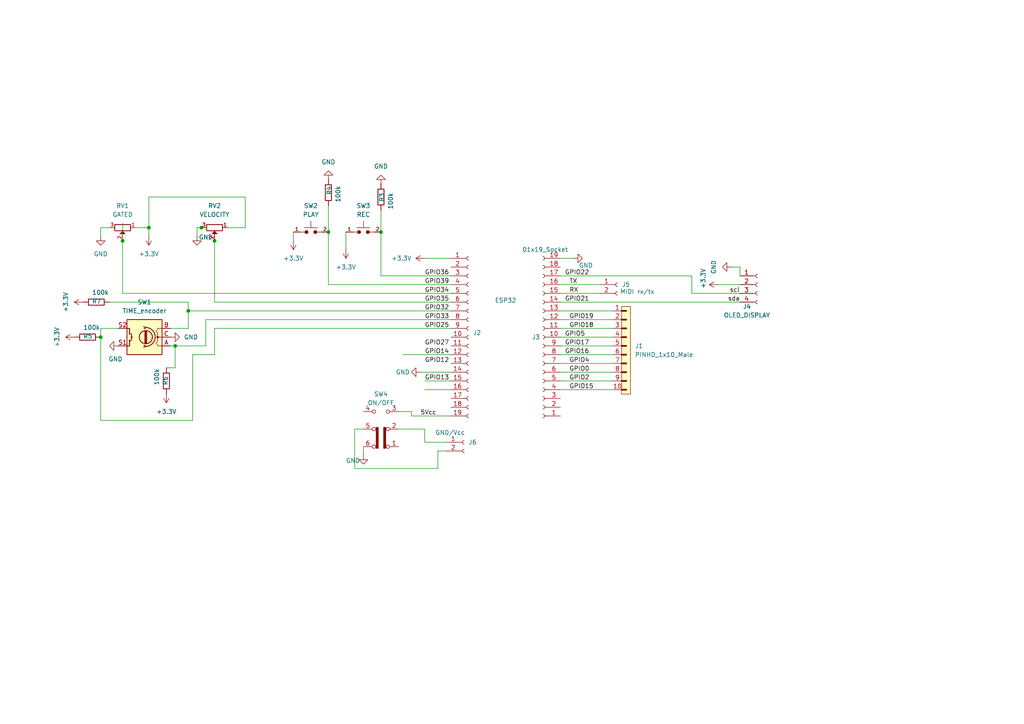
<source format=kicad_sch>
(kicad_sch
	(version 20231120)
	(generator "eeschema")
	(generator_version "8.0")
	(uuid "f2a6640f-45cb-4ea5-bb57-9721d8367c6f")
	(paper "A4")
	(title_block
		(title "Oled Sequencer esp32")
		(rev "1.0")
		(company "by Henry Industries")
	)
	(lib_symbols
		(symbol "Connector:Conn_01x02_Socket"
			(pin_names
				(offset 1.016) hide)
			(exclude_from_sim no)
			(in_bom yes)
			(on_board yes)
			(property "Reference" "J"
				(at 0 2.54 0)
				(effects
					(font
						(size 1.27 1.27)
					)
				)
			)
			(property "Value" "Conn_01x02_Socket"
				(at 0 -5.08 0)
				(effects
					(font
						(size 1.27 1.27)
					)
				)
			)
			(property "Footprint" ""
				(at 0 0 0)
				(effects
					(font
						(size 1.27 1.27)
					)
					(hide yes)
				)
			)
			(property "Datasheet" "~"
				(at 0 0 0)
				(effects
					(font
						(size 1.27 1.27)
					)
					(hide yes)
				)
			)
			(property "Description" "Generic connector, single row, 01x02, script generated"
				(at 0 0 0)
				(effects
					(font
						(size 1.27 1.27)
					)
					(hide yes)
				)
			)
			(property "ki_locked" ""
				(at 0 0 0)
				(effects
					(font
						(size 1.27 1.27)
					)
				)
			)
			(property "ki_keywords" "connector"
				(at 0 0 0)
				(effects
					(font
						(size 1.27 1.27)
					)
					(hide yes)
				)
			)
			(property "ki_fp_filters" "Connector*:*_1x??_*"
				(at 0 0 0)
				(effects
					(font
						(size 1.27 1.27)
					)
					(hide yes)
				)
			)
			(symbol "Conn_01x02_Socket_1_1"
				(arc
					(start 0 -2.032)
					(mid -0.5058 -2.54)
					(end 0 -3.048)
					(stroke
						(width 0.1524)
						(type default)
					)
					(fill
						(type none)
					)
				)
				(polyline
					(pts
						(xy -1.27 -2.54) (xy -0.508 -2.54)
					)
					(stroke
						(width 0.1524)
						(type default)
					)
					(fill
						(type none)
					)
				)
				(polyline
					(pts
						(xy -1.27 0) (xy -0.508 0)
					)
					(stroke
						(width 0.1524)
						(type default)
					)
					(fill
						(type none)
					)
				)
				(arc
					(start 0 0.508)
					(mid -0.5058 0)
					(end 0 -0.508)
					(stroke
						(width 0.1524)
						(type default)
					)
					(fill
						(type none)
					)
				)
				(pin passive line
					(at -5.08 0 0)
					(length 3.81)
					(name "Pin_1"
						(effects
							(font
								(size 1.27 1.27)
							)
						)
					)
					(number "1"
						(effects
							(font
								(size 1.27 1.27)
							)
						)
					)
				)
				(pin passive line
					(at -5.08 -2.54 0)
					(length 3.81)
					(name "Pin_2"
						(effects
							(font
								(size 1.27 1.27)
							)
						)
					)
					(number "2"
						(effects
							(font
								(size 1.27 1.27)
							)
						)
					)
				)
			)
		)
		(symbol "Connector:Conn_01x04_Socket"
			(pin_names
				(offset 1.016) hide)
			(exclude_from_sim no)
			(in_bom yes)
			(on_board yes)
			(property "Reference" "J"
				(at 0 5.08 0)
				(effects
					(font
						(size 1.27 1.27)
					)
				)
			)
			(property "Value" "Conn_01x04_Socket"
				(at 0 -7.62 0)
				(effects
					(font
						(size 1.27 1.27)
					)
				)
			)
			(property "Footprint" ""
				(at 0 0 0)
				(effects
					(font
						(size 1.27 1.27)
					)
					(hide yes)
				)
			)
			(property "Datasheet" "~"
				(at 0 0 0)
				(effects
					(font
						(size 1.27 1.27)
					)
					(hide yes)
				)
			)
			(property "Description" "Generic connector, single row, 01x04, script generated"
				(at 0 0 0)
				(effects
					(font
						(size 1.27 1.27)
					)
					(hide yes)
				)
			)
			(property "ki_locked" ""
				(at 0 0 0)
				(effects
					(font
						(size 1.27 1.27)
					)
				)
			)
			(property "ki_keywords" "connector"
				(at 0 0 0)
				(effects
					(font
						(size 1.27 1.27)
					)
					(hide yes)
				)
			)
			(property "ki_fp_filters" "Connector*:*_1x??_*"
				(at 0 0 0)
				(effects
					(font
						(size 1.27 1.27)
					)
					(hide yes)
				)
			)
			(symbol "Conn_01x04_Socket_1_1"
				(arc
					(start 0 -4.572)
					(mid -0.5058 -5.08)
					(end 0 -5.588)
					(stroke
						(width 0.1524)
						(type default)
					)
					(fill
						(type none)
					)
				)
				(arc
					(start 0 -2.032)
					(mid -0.5058 -2.54)
					(end 0 -3.048)
					(stroke
						(width 0.1524)
						(type default)
					)
					(fill
						(type none)
					)
				)
				(polyline
					(pts
						(xy -1.27 -5.08) (xy -0.508 -5.08)
					)
					(stroke
						(width 0.1524)
						(type default)
					)
					(fill
						(type none)
					)
				)
				(polyline
					(pts
						(xy -1.27 -2.54) (xy -0.508 -2.54)
					)
					(stroke
						(width 0.1524)
						(type default)
					)
					(fill
						(type none)
					)
				)
				(polyline
					(pts
						(xy -1.27 0) (xy -0.508 0)
					)
					(stroke
						(width 0.1524)
						(type default)
					)
					(fill
						(type none)
					)
				)
				(polyline
					(pts
						(xy -1.27 2.54) (xy -0.508 2.54)
					)
					(stroke
						(width 0.1524)
						(type default)
					)
					(fill
						(type none)
					)
				)
				(arc
					(start 0 0.508)
					(mid -0.5058 0)
					(end 0 -0.508)
					(stroke
						(width 0.1524)
						(type default)
					)
					(fill
						(type none)
					)
				)
				(arc
					(start 0 3.048)
					(mid -0.5058 2.54)
					(end 0 2.032)
					(stroke
						(width 0.1524)
						(type default)
					)
					(fill
						(type none)
					)
				)
				(pin passive line
					(at -5.08 2.54 0)
					(length 3.81)
					(name "Pin_1"
						(effects
							(font
								(size 1.27 1.27)
							)
						)
					)
					(number "1"
						(effects
							(font
								(size 1.27 1.27)
							)
						)
					)
				)
				(pin passive line
					(at -5.08 0 0)
					(length 3.81)
					(name "Pin_2"
						(effects
							(font
								(size 1.27 1.27)
							)
						)
					)
					(number "2"
						(effects
							(font
								(size 1.27 1.27)
							)
						)
					)
				)
				(pin passive line
					(at -5.08 -2.54 0)
					(length 3.81)
					(name "Pin_3"
						(effects
							(font
								(size 1.27 1.27)
							)
						)
					)
					(number "3"
						(effects
							(font
								(size 1.27 1.27)
							)
						)
					)
				)
				(pin passive line
					(at -5.08 -5.08 0)
					(length 3.81)
					(name "Pin_4"
						(effects
							(font
								(size 1.27 1.27)
							)
						)
					)
					(number "4"
						(effects
							(font
								(size 1.27 1.27)
							)
						)
					)
				)
			)
		)
		(symbol "Connector:Conn_01x19_Socket"
			(pin_names
				(offset 1.016) hide)
			(exclude_from_sim no)
			(in_bom yes)
			(on_board yes)
			(property "Reference" "J"
				(at 0 25.4 0)
				(effects
					(font
						(size 1.27 1.27)
					)
				)
			)
			(property "Value" "Conn_01x19_Socket"
				(at 0 -25.4 0)
				(effects
					(font
						(size 1.27 1.27)
					)
				)
			)
			(property "Footprint" ""
				(at 0 0 0)
				(effects
					(font
						(size 1.27 1.27)
					)
					(hide yes)
				)
			)
			(property "Datasheet" "~"
				(at 0 0 0)
				(effects
					(font
						(size 1.27 1.27)
					)
					(hide yes)
				)
			)
			(property "Description" "Generic connector, single row, 01x19, script generated"
				(at 0 0 0)
				(effects
					(font
						(size 1.27 1.27)
					)
					(hide yes)
				)
			)
			(property "ki_locked" ""
				(at 0 0 0)
				(effects
					(font
						(size 1.27 1.27)
					)
				)
			)
			(property "ki_keywords" "connector"
				(at 0 0 0)
				(effects
					(font
						(size 1.27 1.27)
					)
					(hide yes)
				)
			)
			(property "ki_fp_filters" "Connector*:*_1x??_*"
				(at 0 0 0)
				(effects
					(font
						(size 1.27 1.27)
					)
					(hide yes)
				)
			)
			(symbol "Conn_01x19_Socket_1_1"
				(arc
					(start 0 -22.352)
					(mid -0.5058 -22.86)
					(end 0 -23.368)
					(stroke
						(width 0.1524)
						(type default)
					)
					(fill
						(type none)
					)
				)
				(arc
					(start 0 -19.812)
					(mid -0.5058 -20.32)
					(end 0 -20.828)
					(stroke
						(width 0.1524)
						(type default)
					)
					(fill
						(type none)
					)
				)
				(arc
					(start 0 -17.272)
					(mid -0.5058 -17.78)
					(end 0 -18.288)
					(stroke
						(width 0.1524)
						(type default)
					)
					(fill
						(type none)
					)
				)
				(arc
					(start 0 -14.732)
					(mid -0.5058 -15.24)
					(end 0 -15.748)
					(stroke
						(width 0.1524)
						(type default)
					)
					(fill
						(type none)
					)
				)
				(arc
					(start 0 -12.192)
					(mid -0.5058 -12.7)
					(end 0 -13.208)
					(stroke
						(width 0.1524)
						(type default)
					)
					(fill
						(type none)
					)
				)
				(arc
					(start 0 -9.652)
					(mid -0.5058 -10.16)
					(end 0 -10.668)
					(stroke
						(width 0.1524)
						(type default)
					)
					(fill
						(type none)
					)
				)
				(arc
					(start 0 -7.112)
					(mid -0.5058 -7.62)
					(end 0 -8.128)
					(stroke
						(width 0.1524)
						(type default)
					)
					(fill
						(type none)
					)
				)
				(arc
					(start 0 -4.572)
					(mid -0.5058 -5.08)
					(end 0 -5.588)
					(stroke
						(width 0.1524)
						(type default)
					)
					(fill
						(type none)
					)
				)
				(arc
					(start 0 -2.032)
					(mid -0.5058 -2.54)
					(end 0 -3.048)
					(stroke
						(width 0.1524)
						(type default)
					)
					(fill
						(type none)
					)
				)
				(polyline
					(pts
						(xy -1.27 -22.86) (xy -0.508 -22.86)
					)
					(stroke
						(width 0.1524)
						(type default)
					)
					(fill
						(type none)
					)
				)
				(polyline
					(pts
						(xy -1.27 -20.32) (xy -0.508 -20.32)
					)
					(stroke
						(width 0.1524)
						(type default)
					)
					(fill
						(type none)
					)
				)
				(polyline
					(pts
						(xy -1.27 -17.78) (xy -0.508 -17.78)
					)
					(stroke
						(width 0.1524)
						(type default)
					)
					(fill
						(type none)
					)
				)
				(polyline
					(pts
						(xy -1.27 -15.24) (xy -0.508 -15.24)
					)
					(stroke
						(width 0.1524)
						(type default)
					)
					(fill
						(type none)
					)
				)
				(polyline
					(pts
						(xy -1.27 -12.7) (xy -0.508 -12.7)
					)
					(stroke
						(width 0.1524)
						(type default)
					)
					(fill
						(type none)
					)
				)
				(polyline
					(pts
						(xy -1.27 -10.16) (xy -0.508 -10.16)
					)
					(stroke
						(width 0.1524)
						(type default)
					)
					(fill
						(type none)
					)
				)
				(polyline
					(pts
						(xy -1.27 -7.62) (xy -0.508 -7.62)
					)
					(stroke
						(width 0.1524)
						(type default)
					)
					(fill
						(type none)
					)
				)
				(polyline
					(pts
						(xy -1.27 -5.08) (xy -0.508 -5.08)
					)
					(stroke
						(width 0.1524)
						(type default)
					)
					(fill
						(type none)
					)
				)
				(polyline
					(pts
						(xy -1.27 -2.54) (xy -0.508 -2.54)
					)
					(stroke
						(width 0.1524)
						(type default)
					)
					(fill
						(type none)
					)
				)
				(polyline
					(pts
						(xy -1.27 0) (xy -0.508 0)
					)
					(stroke
						(width 0.1524)
						(type default)
					)
					(fill
						(type none)
					)
				)
				(polyline
					(pts
						(xy -1.27 2.54) (xy -0.508 2.54)
					)
					(stroke
						(width 0.1524)
						(type default)
					)
					(fill
						(type none)
					)
				)
				(polyline
					(pts
						(xy -1.27 5.08) (xy -0.508 5.08)
					)
					(stroke
						(width 0.1524)
						(type default)
					)
					(fill
						(type none)
					)
				)
				(polyline
					(pts
						(xy -1.27 7.62) (xy -0.508 7.62)
					)
					(stroke
						(width 0.1524)
						(type default)
					)
					(fill
						(type none)
					)
				)
				(polyline
					(pts
						(xy -1.27 10.16) (xy -0.508 10.16)
					)
					(stroke
						(width 0.1524)
						(type default)
					)
					(fill
						(type none)
					)
				)
				(polyline
					(pts
						(xy -1.27 12.7) (xy -0.508 12.7)
					)
					(stroke
						(width 0.1524)
						(type default)
					)
					(fill
						(type none)
					)
				)
				(polyline
					(pts
						(xy -1.27 15.24) (xy -0.508 15.24)
					)
					(stroke
						(width 0.1524)
						(type default)
					)
					(fill
						(type none)
					)
				)
				(polyline
					(pts
						(xy -1.27 17.78) (xy -0.508 17.78)
					)
					(stroke
						(width 0.1524)
						(type default)
					)
					(fill
						(type none)
					)
				)
				(polyline
					(pts
						(xy -1.27 20.32) (xy -0.508 20.32)
					)
					(stroke
						(width 0.1524)
						(type default)
					)
					(fill
						(type none)
					)
				)
				(polyline
					(pts
						(xy -1.27 22.86) (xy -0.508 22.86)
					)
					(stroke
						(width 0.1524)
						(type default)
					)
					(fill
						(type none)
					)
				)
				(arc
					(start 0 0.508)
					(mid -0.5058 0)
					(end 0 -0.508)
					(stroke
						(width 0.1524)
						(type default)
					)
					(fill
						(type none)
					)
				)
				(arc
					(start 0 3.048)
					(mid -0.5058 2.54)
					(end 0 2.032)
					(stroke
						(width 0.1524)
						(type default)
					)
					(fill
						(type none)
					)
				)
				(arc
					(start 0 5.588)
					(mid -0.5058 5.08)
					(end 0 4.572)
					(stroke
						(width 0.1524)
						(type default)
					)
					(fill
						(type none)
					)
				)
				(arc
					(start 0 8.128)
					(mid -0.5058 7.62)
					(end 0 7.112)
					(stroke
						(width 0.1524)
						(type default)
					)
					(fill
						(type none)
					)
				)
				(arc
					(start 0 10.668)
					(mid -0.5058 10.16)
					(end 0 9.652)
					(stroke
						(width 0.1524)
						(type default)
					)
					(fill
						(type none)
					)
				)
				(arc
					(start 0 13.208)
					(mid -0.5058 12.7)
					(end 0 12.192)
					(stroke
						(width 0.1524)
						(type default)
					)
					(fill
						(type none)
					)
				)
				(arc
					(start 0 15.748)
					(mid -0.5058 15.24)
					(end 0 14.732)
					(stroke
						(width 0.1524)
						(type default)
					)
					(fill
						(type none)
					)
				)
				(arc
					(start 0 18.288)
					(mid -0.5058 17.78)
					(end 0 17.272)
					(stroke
						(width 0.1524)
						(type default)
					)
					(fill
						(type none)
					)
				)
				(arc
					(start 0 20.828)
					(mid -0.5058 20.32)
					(end 0 19.812)
					(stroke
						(width 0.1524)
						(type default)
					)
					(fill
						(type none)
					)
				)
				(arc
					(start 0 23.368)
					(mid -0.5058 22.86)
					(end 0 22.352)
					(stroke
						(width 0.1524)
						(type default)
					)
					(fill
						(type none)
					)
				)
				(pin passive line
					(at -5.08 22.86 0)
					(length 3.81)
					(name "Pin_1"
						(effects
							(font
								(size 1.27 1.27)
							)
						)
					)
					(number "1"
						(effects
							(font
								(size 1.27 1.27)
							)
						)
					)
				)
				(pin passive line
					(at -5.08 0 0)
					(length 3.81)
					(name "Pin_10"
						(effects
							(font
								(size 1.27 1.27)
							)
						)
					)
					(number "10"
						(effects
							(font
								(size 1.27 1.27)
							)
						)
					)
				)
				(pin passive line
					(at -5.08 -2.54 0)
					(length 3.81)
					(name "Pin_11"
						(effects
							(font
								(size 1.27 1.27)
							)
						)
					)
					(number "11"
						(effects
							(font
								(size 1.27 1.27)
							)
						)
					)
				)
				(pin passive line
					(at -5.08 -5.08 0)
					(length 3.81)
					(name "Pin_12"
						(effects
							(font
								(size 1.27 1.27)
							)
						)
					)
					(number "12"
						(effects
							(font
								(size 1.27 1.27)
							)
						)
					)
				)
				(pin passive line
					(at -5.08 -7.62 0)
					(length 3.81)
					(name "Pin_13"
						(effects
							(font
								(size 1.27 1.27)
							)
						)
					)
					(number "13"
						(effects
							(font
								(size 1.27 1.27)
							)
						)
					)
				)
				(pin passive line
					(at -5.08 -10.16 0)
					(length 3.81)
					(name "Pin_14"
						(effects
							(font
								(size 1.27 1.27)
							)
						)
					)
					(number "14"
						(effects
							(font
								(size 1.27 1.27)
							)
						)
					)
				)
				(pin passive line
					(at -5.08 -12.7 0)
					(length 3.81)
					(name "Pin_15"
						(effects
							(font
								(size 1.27 1.27)
							)
						)
					)
					(number "15"
						(effects
							(font
								(size 1.27 1.27)
							)
						)
					)
				)
				(pin passive line
					(at -5.08 -15.24 0)
					(length 3.81)
					(name "Pin_16"
						(effects
							(font
								(size 1.27 1.27)
							)
						)
					)
					(number "16"
						(effects
							(font
								(size 1.27 1.27)
							)
						)
					)
				)
				(pin passive line
					(at -5.08 -17.78 0)
					(length 3.81)
					(name "Pin_17"
						(effects
							(font
								(size 1.27 1.27)
							)
						)
					)
					(number "17"
						(effects
							(font
								(size 1.27 1.27)
							)
						)
					)
				)
				(pin passive line
					(at -5.08 -20.32 0)
					(length 3.81)
					(name "Pin_18"
						(effects
							(font
								(size 1.27 1.27)
							)
						)
					)
					(number "18"
						(effects
							(font
								(size 1.27 1.27)
							)
						)
					)
				)
				(pin passive line
					(at -5.08 -22.86 0)
					(length 3.81)
					(name "Pin_19"
						(effects
							(font
								(size 1.27 1.27)
							)
						)
					)
					(number "19"
						(effects
							(font
								(size 1.27 1.27)
							)
						)
					)
				)
				(pin passive line
					(at -5.08 20.32 0)
					(length 3.81)
					(name "Pin_2"
						(effects
							(font
								(size 1.27 1.27)
							)
						)
					)
					(number "2"
						(effects
							(font
								(size 1.27 1.27)
							)
						)
					)
				)
				(pin passive line
					(at -5.08 17.78 0)
					(length 3.81)
					(name "Pin_3"
						(effects
							(font
								(size 1.27 1.27)
							)
						)
					)
					(number "3"
						(effects
							(font
								(size 1.27 1.27)
							)
						)
					)
				)
				(pin passive line
					(at -5.08 15.24 0)
					(length 3.81)
					(name "Pin_4"
						(effects
							(font
								(size 1.27 1.27)
							)
						)
					)
					(number "4"
						(effects
							(font
								(size 1.27 1.27)
							)
						)
					)
				)
				(pin passive line
					(at -5.08 12.7 0)
					(length 3.81)
					(name "Pin_5"
						(effects
							(font
								(size 1.27 1.27)
							)
						)
					)
					(number "5"
						(effects
							(font
								(size 1.27 1.27)
							)
						)
					)
				)
				(pin passive line
					(at -5.08 10.16 0)
					(length 3.81)
					(name "Pin_6"
						(effects
							(font
								(size 1.27 1.27)
							)
						)
					)
					(number "6"
						(effects
							(font
								(size 1.27 1.27)
							)
						)
					)
				)
				(pin passive line
					(at -5.08 7.62 0)
					(length 3.81)
					(name "Pin_7"
						(effects
							(font
								(size 1.27 1.27)
							)
						)
					)
					(number "7"
						(effects
							(font
								(size 1.27 1.27)
							)
						)
					)
				)
				(pin passive line
					(at -5.08 5.08 0)
					(length 3.81)
					(name "Pin_8"
						(effects
							(font
								(size 1.27 1.27)
							)
						)
					)
					(number "8"
						(effects
							(font
								(size 1.27 1.27)
							)
						)
					)
				)
				(pin passive line
					(at -5.08 2.54 0)
					(length 3.81)
					(name "Pin_9"
						(effects
							(font
								(size 1.27 1.27)
							)
						)
					)
					(number "9"
						(effects
							(font
								(size 1.27 1.27)
							)
						)
					)
				)
			)
		)
		(symbol "Device:RotaryEncoder_Switch"
			(pin_names
				(offset 0.254) hide)
			(exclude_from_sim no)
			(in_bom yes)
			(on_board yes)
			(property "Reference" "SW"
				(at 0 6.604 0)
				(effects
					(font
						(size 1.27 1.27)
					)
				)
			)
			(property "Value" "RotaryEncoder_Switch"
				(at 0 -6.604 0)
				(effects
					(font
						(size 1.27 1.27)
					)
				)
			)
			(property "Footprint" ""
				(at -3.81 4.064 0)
				(effects
					(font
						(size 1.27 1.27)
					)
					(hide yes)
				)
			)
			(property "Datasheet" "~"
				(at 0 6.604 0)
				(effects
					(font
						(size 1.27 1.27)
					)
					(hide yes)
				)
			)
			(property "Description" "Rotary encoder, dual channel, incremental quadrate outputs, with switch"
				(at 0 0 0)
				(effects
					(font
						(size 1.27 1.27)
					)
					(hide yes)
				)
			)
			(property "ki_keywords" "rotary switch encoder switch push button"
				(at 0 0 0)
				(effects
					(font
						(size 1.27 1.27)
					)
					(hide yes)
				)
			)
			(property "ki_fp_filters" "RotaryEncoder*Switch*"
				(at 0 0 0)
				(effects
					(font
						(size 1.27 1.27)
					)
					(hide yes)
				)
			)
			(symbol "RotaryEncoder_Switch_0_1"
				(rectangle
					(start -5.08 5.08)
					(end 5.08 -5.08)
					(stroke
						(width 0.254)
						(type default)
					)
					(fill
						(type background)
					)
				)
				(circle
					(center -3.81 0)
					(radius 0.254)
					(stroke
						(width 0)
						(type default)
					)
					(fill
						(type outline)
					)
				)
				(circle
					(center -0.381 0)
					(radius 1.905)
					(stroke
						(width 0.254)
						(type default)
					)
					(fill
						(type none)
					)
				)
				(arc
					(start -0.381 2.667)
					(mid -3.0988 -0.0635)
					(end -0.381 -2.794)
					(stroke
						(width 0.254)
						(type default)
					)
					(fill
						(type none)
					)
				)
				(polyline
					(pts
						(xy -0.635 -1.778) (xy -0.635 1.778)
					)
					(stroke
						(width 0.254)
						(type default)
					)
					(fill
						(type none)
					)
				)
				(polyline
					(pts
						(xy -0.381 -1.778) (xy -0.381 1.778)
					)
					(stroke
						(width 0.254)
						(type default)
					)
					(fill
						(type none)
					)
				)
				(polyline
					(pts
						(xy -0.127 1.778) (xy -0.127 -1.778)
					)
					(stroke
						(width 0.254)
						(type default)
					)
					(fill
						(type none)
					)
				)
				(polyline
					(pts
						(xy 3.81 0) (xy 3.429 0)
					)
					(stroke
						(width 0.254)
						(type default)
					)
					(fill
						(type none)
					)
				)
				(polyline
					(pts
						(xy 3.81 1.016) (xy 3.81 -1.016)
					)
					(stroke
						(width 0.254)
						(type default)
					)
					(fill
						(type none)
					)
				)
				(polyline
					(pts
						(xy -5.08 -2.54) (xy -3.81 -2.54) (xy -3.81 -2.032)
					)
					(stroke
						(width 0)
						(type default)
					)
					(fill
						(type none)
					)
				)
				(polyline
					(pts
						(xy -5.08 2.54) (xy -3.81 2.54) (xy -3.81 2.032)
					)
					(stroke
						(width 0)
						(type default)
					)
					(fill
						(type none)
					)
				)
				(polyline
					(pts
						(xy 0.254 -3.048) (xy -0.508 -2.794) (xy 0.127 -2.413)
					)
					(stroke
						(width 0.254)
						(type default)
					)
					(fill
						(type none)
					)
				)
				(polyline
					(pts
						(xy 0.254 2.921) (xy -0.508 2.667) (xy 0.127 2.286)
					)
					(stroke
						(width 0.254)
						(type default)
					)
					(fill
						(type none)
					)
				)
				(polyline
					(pts
						(xy 5.08 -2.54) (xy 4.318 -2.54) (xy 4.318 -1.016)
					)
					(stroke
						(width 0.254)
						(type default)
					)
					(fill
						(type none)
					)
				)
				(polyline
					(pts
						(xy 5.08 2.54) (xy 4.318 2.54) (xy 4.318 1.016)
					)
					(stroke
						(width 0.254)
						(type default)
					)
					(fill
						(type none)
					)
				)
				(polyline
					(pts
						(xy -5.08 0) (xy -3.81 0) (xy -3.81 -1.016) (xy -3.302 -2.032)
					)
					(stroke
						(width 0)
						(type default)
					)
					(fill
						(type none)
					)
				)
				(polyline
					(pts
						(xy -4.318 0) (xy -3.81 0) (xy -3.81 1.016) (xy -3.302 2.032)
					)
					(stroke
						(width 0)
						(type default)
					)
					(fill
						(type none)
					)
				)
				(circle
					(center 4.318 -1.016)
					(radius 0.127)
					(stroke
						(width 0.254)
						(type default)
					)
					(fill
						(type none)
					)
				)
				(circle
					(center 4.318 1.016)
					(radius 0.127)
					(stroke
						(width 0.254)
						(type default)
					)
					(fill
						(type none)
					)
				)
			)
			(symbol "RotaryEncoder_Switch_1_1"
				(pin passive line
					(at -7.62 2.54 0)
					(length 2.54)
					(name "A"
						(effects
							(font
								(size 1.27 1.27)
							)
						)
					)
					(number "A"
						(effects
							(font
								(size 1.27 1.27)
							)
						)
					)
				)
				(pin passive line
					(at -7.62 -2.54 0)
					(length 2.54)
					(name "B"
						(effects
							(font
								(size 1.27 1.27)
							)
						)
					)
					(number "B"
						(effects
							(font
								(size 1.27 1.27)
							)
						)
					)
				)
				(pin passive line
					(at -7.62 0 0)
					(length 2.54)
					(name "C"
						(effects
							(font
								(size 1.27 1.27)
							)
						)
					)
					(number "C"
						(effects
							(font
								(size 1.27 1.27)
							)
						)
					)
				)
				(pin passive line
					(at 7.62 2.54 180)
					(length 2.54)
					(name "S1"
						(effects
							(font
								(size 1.27 1.27)
							)
						)
					)
					(number "S1"
						(effects
							(font
								(size 1.27 1.27)
							)
						)
					)
				)
				(pin passive line
					(at 7.62 -2.54 180)
					(length 2.54)
					(name "S2"
						(effects
							(font
								(size 1.27 1.27)
							)
						)
					)
					(number "S2"
						(effects
							(font
								(size 1.27 1.27)
							)
						)
					)
				)
			)
		)
		(symbol "PCM_SL_Devices:Push_Button"
			(exclude_from_sim no)
			(in_bom yes)
			(on_board yes)
			(property "Reference" "SW"
				(at 0 6.35 0)
				(effects
					(font
						(size 1.27 1.27)
					)
				)
			)
			(property "Value" "Push_Button"
				(at 0 4.445 0)
				(effects
					(font
						(size 1.27 1.27)
					)
				)
			)
			(property "Footprint" "Button_Switch_THT:SW_PUSH_6mm"
				(at -0.127 -3.175 0)
				(effects
					(font
						(size 1.27 1.27)
					)
					(hide yes)
				)
			)
			(property "Datasheet" ""
				(at 0 0 0)
				(effects
					(font
						(size 1.27 1.27)
					)
					(hide yes)
				)
			)
			(property "Description" "Common 6mmx6mm Push Button"
				(at 0 0 0)
				(effects
					(font
						(size 1.27 1.27)
					)
					(hide yes)
				)
			)
			(property "ki_keywords" "Switch"
				(at 0 0 0)
				(effects
					(font
						(size 1.27 1.27)
					)
					(hide yes)
				)
			)
			(symbol "Push_Button_0_1"
				(circle
					(center -1.27 0)
					(radius 0.4579)
					(stroke
						(width 0)
						(type default)
					)
					(fill
						(type outline)
					)
				)
				(polyline
					(pts
						(xy -3.175 0) (xy -1.778 0)
					)
					(stroke
						(width 0)
						(type default)
					)
					(fill
						(type none)
					)
				)
				(polyline
					(pts
						(xy -1.905 1.27) (xy 1.905 1.27)
					)
					(stroke
						(width 0)
						(type default)
					)
					(fill
						(type none)
					)
				)
				(polyline
					(pts
						(xy 0 1.27) (xy 0 3.175)
					)
					(stroke
						(width 0)
						(type default)
					)
					(fill
						(type none)
					)
				)
				(polyline
					(pts
						(xy 1.778 0) (xy 3.175 0)
					)
					(stroke
						(width 0)
						(type default)
					)
					(fill
						(type none)
					)
				)
				(circle
					(center 1.27 0)
					(radius 0.4579)
					(stroke
						(width 0)
						(type default)
					)
					(fill
						(type outline)
					)
				)
			)
			(symbol "Push_Button_1_1"
				(pin passive line
					(at -5.08 0 0)
					(length 2)
					(name ""
						(effects
							(font
								(size 1.27 1.27)
							)
						)
					)
					(number "1"
						(effects
							(font
								(size 1 1)
							)
						)
					)
				)
				(pin passive line
					(at 5.08 0 180)
					(length 2)
					(name ""
						(effects
							(font
								(size 1.27 1.27)
							)
						)
					)
					(number "2"
						(effects
							(font
								(size 1 1)
							)
						)
					)
				)
			)
		)
		(symbol "PCM_SL_Devices:Resistor"
			(exclude_from_sim no)
			(in_bom yes)
			(on_board yes)
			(property "Reference" "R"
				(at 0 5.08 0)
				(effects
					(font
						(size 1.27 1.27)
					)
				)
			)
			(property "Value" "Resistor"
				(at 0 2.54 0)
				(effects
					(font
						(size 1.27 1.27)
					)
				)
			)
			(property "Footprint" "Resistor_THT:R_Axial_DIN0207_L6.3mm_D2.5mm_P10.16mm_Horizontal"
				(at 0.889 -4.318 0)
				(effects
					(font
						(size 1.27 1.27)
					)
					(hide yes)
				)
			)
			(property "Datasheet" ""
				(at 0.508 0 0)
				(effects
					(font
						(size 1.27 1.27)
					)
					(hide yes)
				)
			)
			(property "Description" "0.25W Resistor"
				(at 0 0 0)
				(effects
					(font
						(size 1.27 1.27)
					)
					(hide yes)
				)
			)
			(property "ki_keywords" "Resistor 0.25W"
				(at 0 0 0)
				(effects
					(font
						(size 1.27 1.27)
					)
					(hide yes)
				)
			)
			(property "ki_fp_filters" "Resistor_THT:R_Axial_DIN0207_L6.3mm_D2.5mm*"
				(at 0 0 0)
				(effects
					(font
						(size 1.27 1.27)
					)
					(hide yes)
				)
			)
			(symbol "Resistor_0_1"
				(rectangle
					(start -2.286 0.889)
					(end 2.286 -0.889)
					(stroke
						(width 0.24)
						(type default)
					)
					(fill
						(type none)
					)
				)
			)
			(symbol "Resistor_1_1"
				(pin passive line
					(at -3.81 0 0)
					(length 1.5)
					(name ""
						(effects
							(font
								(size 1.27 1.27)
							)
						)
					)
					(number "1"
						(effects
							(font
								(size 0 0)
							)
						)
					)
				)
				(pin passive line
					(at 3.81 0 180)
					(length 1.5)
					(name "~"
						(effects
							(font
								(size 1.27 1.27)
							)
						)
					)
					(number "2"
						(effects
							(font
								(size 0 0)
							)
						)
					)
				)
			)
		)
		(symbol "PCM_SL_Devices:potentiometer_RK163"
			(exclude_from_sim no)
			(in_bom yes)
			(on_board yes)
			(property "Reference" "RV"
				(at 0 -2.286 0)
				(effects
					(font
						(size 1.27 1.27)
					)
				)
			)
			(property "Value" "potentiometer_RK163"
				(at 0 -3.81 0)
				(effects
					(font
						(size 1.27 1.27)
					)
				)
			)
			(property "Footprint" "Potentiometer_THT:Potentiometer_Alps_RK163_Single_Horizontal"
				(at -0.254 -6.604 0)
				(effects
					(font
						(size 1.27 1.27)
					)
					(hide yes)
				)
			)
			(property "Datasheet" ""
				(at 0 0 0)
				(effects
					(font
						(size 1.27 1.27)
					)
					(hide yes)
				)
			)
			(property "Description" "potentiometer_RK163"
				(at 0 0 0)
				(effects
					(font
						(size 1.27 1.27)
					)
					(hide yes)
				)
			)
			(property "ki_keywords" "pot potentiometer RK163"
				(at 0 0 0)
				(effects
					(font
						(size 1.27 1.27)
					)
					(hide yes)
				)
			)
			(symbol "potentiometer_RK163_0_1"
				(rectangle
					(start -2.286 0.889)
					(end 2.286 -0.889)
					(stroke
						(width 0.24)
						(type default)
					)
					(fill
						(type none)
					)
				)
				(polyline
					(pts
						(xy 0 1.016) (xy 0.762 1.778) (xy -0.762 1.778) (xy 0 1.016)
					)
					(stroke
						(width 0)
						(type default)
					)
					(fill
						(type outline)
					)
				)
			)
			(symbol "potentiometer_RK163_1_1"
				(pin passive line
					(at -3.81 0 0)
					(length 1.5)
					(name "~"
						(effects
							(font
								(size 1.27 1.27)
							)
						)
					)
					(number "1"
						(effects
							(font
								(size 1 1)
							)
						)
					)
				)
				(pin passive line
					(at 0 3.81 270)
					(length 2)
					(name "~"
						(effects
							(font
								(size 1.27 1.27)
							)
						)
					)
					(number "2"
						(effects
							(font
								(size 1 1)
							)
						)
					)
				)
				(pin passive line
					(at 3.81 0 180)
					(length 1.5)
					(name "~"
						(effects
							(font
								(size 1.27 1.27)
							)
						)
					)
					(number "3"
						(effects
							(font
								(size 1 1)
							)
						)
					)
				)
			)
		)
		(symbol "PCM_SL_Pin_Headers:PINHD_1x10_Male"
			(exclude_from_sim no)
			(in_bom yes)
			(on_board yes)
			(property "Reference" "J"
				(at 0 16.51 0)
				(effects
					(font
						(size 1.27 1.27)
					)
				)
			)
			(property "Value" "PINHD_1x10_Male"
				(at 0 13.97 0)
				(effects
					(font
						(size 1.27 1.27)
					)
				)
			)
			(property "Footprint" "Connector_PinHeader_2.54mm:PinHeader_1x10_P2.54mm_Vertical"
				(at -1.27 19.05 0)
				(effects
					(font
						(size 1.27 1.27)
					)
					(hide yes)
				)
			)
			(property "Datasheet" ""
				(at 0 17.78 0)
				(effects
					(font
						(size 1.27 1.27)
					)
					(hide yes)
				)
			)
			(property "Description" "Pin Header male with pin space 2.54mm. Pin Count -10"
				(at 0 0 0)
				(effects
					(font
						(size 1.27 1.27)
					)
					(hide yes)
				)
			)
			(property "ki_keywords" "Pin Header"
				(at 0 0 0)
				(effects
					(font
						(size 1.27 1.27)
					)
					(hide yes)
				)
			)
			(property "ki_fp_filters" "PinHeader_1x10_P2.54mm*"
				(at 0 0 0)
				(effects
					(font
						(size 1.27 1.27)
					)
					(hide yes)
				)
			)
			(symbol "PINHD_1x10_Male_0_1"
				(rectangle
					(start -1.27 12.7)
					(end 1.27 -12.7)
					(stroke
						(width 0)
						(type default)
					)
					(fill
						(type background)
					)
				)
				(polyline
					(pts
						(xy -1.27 -11.43) (xy 0 -11.43)
					)
					(stroke
						(width 0.3)
						(type default)
					)
					(fill
						(type none)
					)
				)
				(polyline
					(pts
						(xy -1.27 -11.43) (xy 0 -11.43)
					)
					(stroke
						(width 0.5)
						(type default)
					)
					(fill
						(type none)
					)
				)
				(polyline
					(pts
						(xy -1.27 -8.89) (xy 0 -8.89)
					)
					(stroke
						(width 0.3)
						(type default)
					)
					(fill
						(type none)
					)
				)
				(polyline
					(pts
						(xy -1.27 -8.89) (xy 0 -8.89)
					)
					(stroke
						(width 0.5)
						(type default)
					)
					(fill
						(type none)
					)
				)
				(polyline
					(pts
						(xy -1.27 -6.35) (xy 0 -6.35)
					)
					(stroke
						(width 0.3)
						(type default)
					)
					(fill
						(type none)
					)
				)
				(polyline
					(pts
						(xy -1.27 -6.35) (xy 0 -6.35)
					)
					(stroke
						(width 0.5)
						(type default)
					)
					(fill
						(type none)
					)
				)
				(polyline
					(pts
						(xy -1.27 -3.81) (xy 0 -3.81)
					)
					(stroke
						(width 0.3)
						(type default)
					)
					(fill
						(type none)
					)
				)
				(polyline
					(pts
						(xy -1.27 -3.81) (xy 0 -3.81)
					)
					(stroke
						(width 0.5)
						(type default)
					)
					(fill
						(type none)
					)
				)
				(polyline
					(pts
						(xy -1.27 -1.27) (xy 0 -1.27)
					)
					(stroke
						(width 0.3)
						(type default)
					)
					(fill
						(type none)
					)
				)
				(polyline
					(pts
						(xy -1.27 -1.27) (xy 0 -1.27)
					)
					(stroke
						(width 0.5)
						(type default)
					)
					(fill
						(type none)
					)
				)
				(polyline
					(pts
						(xy -1.27 1.27) (xy 0 1.27)
					)
					(stroke
						(width 0.3)
						(type default)
					)
					(fill
						(type none)
					)
				)
				(polyline
					(pts
						(xy -1.27 1.27) (xy 0 1.27)
					)
					(stroke
						(width 0.5)
						(type default)
					)
					(fill
						(type none)
					)
				)
				(polyline
					(pts
						(xy -1.27 3.81) (xy 0 3.81)
					)
					(stroke
						(width 0.3)
						(type default)
					)
					(fill
						(type none)
					)
				)
				(polyline
					(pts
						(xy -1.27 3.81) (xy 0 3.81)
					)
					(stroke
						(width 0.5)
						(type default)
					)
					(fill
						(type none)
					)
				)
				(polyline
					(pts
						(xy -1.27 6.35) (xy 0 6.35)
					)
					(stroke
						(width 0.3)
						(type default)
					)
					(fill
						(type none)
					)
				)
				(polyline
					(pts
						(xy -1.27 6.35) (xy 0 6.35)
					)
					(stroke
						(width 0.5)
						(type default)
					)
					(fill
						(type none)
					)
				)
				(polyline
					(pts
						(xy -1.27 8.89) (xy 0 8.89)
					)
					(stroke
						(width 0.3)
						(type default)
					)
					(fill
						(type none)
					)
				)
				(polyline
					(pts
						(xy -1.27 8.89) (xy 0 8.89)
					)
					(stroke
						(width 0.5)
						(type default)
					)
					(fill
						(type none)
					)
				)
				(polyline
					(pts
						(xy -1.27 11.43) (xy 0 11.43)
					)
					(stroke
						(width 0.5)
						(type default)
					)
					(fill
						(type none)
					)
				)
			)
			(symbol "PINHD_1x10_Male_1_1"
				(pin passive line
					(at -3.81 11.43 0)
					(length 2.54)
					(name ""
						(effects
							(font
								(size 1.27 1.27)
							)
						)
					)
					(number "1"
						(effects
							(font
								(size 1.27 1.27)
							)
						)
					)
				)
				(pin passive line
					(at -3.81 -11.43 0)
					(length 2.54)
					(name ""
						(effects
							(font
								(size 1.27 1.27)
							)
						)
					)
					(number "10"
						(effects
							(font
								(size 1.27 1.27)
							)
						)
					)
				)
				(pin passive line
					(at -3.81 8.89 0)
					(length 2.54)
					(name ""
						(effects
							(font
								(size 1.27 1.27)
							)
						)
					)
					(number "2"
						(effects
							(font
								(size 1.27 1.27)
							)
						)
					)
				)
				(pin passive line
					(at -3.81 6.35 0)
					(length 2.54)
					(name ""
						(effects
							(font
								(size 1.27 1.27)
							)
						)
					)
					(number "3"
						(effects
							(font
								(size 1.27 1.27)
							)
						)
					)
				)
				(pin passive line
					(at -3.81 3.81 0)
					(length 2.54)
					(name ""
						(effects
							(font
								(size 1.27 1.27)
							)
						)
					)
					(number "4"
						(effects
							(font
								(size 1.27 1.27)
							)
						)
					)
				)
				(pin passive line
					(at -3.81 1.27 0)
					(length 2.54)
					(name ""
						(effects
							(font
								(size 1.27 1.27)
							)
						)
					)
					(number "5"
						(effects
							(font
								(size 1.27 1.27)
							)
						)
					)
				)
				(pin passive line
					(at -3.81 -1.27 0)
					(length 2.54)
					(name ""
						(effects
							(font
								(size 1.27 1.27)
							)
						)
					)
					(number "6"
						(effects
							(font
								(size 1.27 1.27)
							)
						)
					)
				)
				(pin passive line
					(at -3.81 -3.81 0)
					(length 2.54)
					(name ""
						(effects
							(font
								(size 1.27 1.27)
							)
						)
					)
					(number "7"
						(effects
							(font
								(size 1.27 1.27)
							)
						)
					)
				)
				(pin passive line
					(at -3.81 -6.35 0)
					(length 2.54)
					(name ""
						(effects
							(font
								(size 1.27 1.27)
							)
						)
					)
					(number "8"
						(effects
							(font
								(size 1.27 1.27)
							)
						)
					)
				)
				(pin passive line
					(at -3.81 -8.89 0)
					(length 2.54)
					(name ""
						(effects
							(font
								(size 1.27 1.27)
							)
						)
					)
					(number "9"
						(effects
							(font
								(size 1.27 1.27)
							)
						)
					)
				)
			)
		)
		(symbol "Switch:SW_Slide_DPDT"
			(pin_names
				(offset 0) hide)
			(exclude_from_sim no)
			(in_bom yes)
			(on_board yes)
			(property "Reference" "SW"
				(at 0 6.858 0)
				(effects
					(font
						(size 1.27 1.27)
					)
				)
			)
			(property "Value" "SW_Slide_DPDT"
				(at 0 -8.128 0)
				(effects
					(font
						(size 1.27 1.27)
					)
				)
			)
			(property "Footprint" ""
				(at 13.97 5.08 0)
				(effects
					(font
						(size 1.27 1.27)
					)
					(hide yes)
				)
			)
			(property "Datasheet" "~"
				(at 0 0 0)
				(effects
					(font
						(size 1.27 1.27)
					)
					(hide yes)
				)
			)
			(property "Description" "Slide Switch, dual pole double throw"
				(at 0 0 0)
				(effects
					(font
						(size 1.27 1.27)
					)
					(hide yes)
				)
			)
			(property "ki_keywords" "switch dual-pole double-throw dpdt ON-ON"
				(at 0 0 0)
				(effects
					(font
						(size 1.27 1.27)
					)
					(hide yes)
				)
			)
			(symbol "SW_Slide_DPDT_0_0"
				(circle
					(center -2.032 -5.08)
					(radius 0.508)
					(stroke
						(width 0)
						(type default)
					)
					(fill
						(type none)
					)
				)
				(circle
					(center -2.032 5.08)
					(radius 0.508)
					(stroke
						(width 0)
						(type default)
					)
					(fill
						(type none)
					)
				)
				(circle
					(center 2.032 -5.08)
					(radius 0.508)
					(stroke
						(width 0)
						(type default)
					)
					(fill
						(type none)
					)
				)
				(circle
					(center 2.032 0)
					(radius 0.508)
					(stroke
						(width 0)
						(type default)
					)
					(fill
						(type none)
					)
				)
			)
			(symbol "SW_Slide_DPDT_0_1"
				(circle
					(center -2.032 0)
					(radius 0.508)
					(stroke
						(width 0)
						(type default)
					)
					(fill
						(type none)
					)
				)
				(circle
					(center 2.032 5.08)
					(radius 0.508)
					(stroke
						(width 0)
						(type default)
					)
					(fill
						(type none)
					)
				)
			)
			(symbol "SW_Slide_DPDT_1_1"
				(rectangle
					(start -1.397 5.588)
					(end -0.762 -0.508)
					(stroke
						(width 0)
						(type default)
					)
					(fill
						(type outline)
					)
				)
				(rectangle
					(start 0.762 5.588)
					(end 1.397 -0.508)
					(stroke
						(width 0)
						(type default)
					)
					(fill
						(type outline)
					)
				)
				(pin passive line
					(at -5.08 5.08 0)
					(length 2.54)
					(name "A"
						(effects
							(font
								(size 1.27 1.27)
							)
						)
					)
					(number "1"
						(effects
							(font
								(size 1.27 1.27)
							)
						)
					)
				)
				(pin passive line
					(at -5.08 0 0)
					(length 2.54)
					(name "B"
						(effects
							(font
								(size 1.27 1.27)
							)
						)
					)
					(number "2"
						(effects
							(font
								(size 1.27 1.27)
							)
						)
					)
				)
				(pin passive line
					(at -5.08 -5.08 0)
					(length 2.54)
					(name "C"
						(effects
							(font
								(size 1.27 1.27)
							)
						)
					)
					(number "3"
						(effects
							(font
								(size 1.27 1.27)
							)
						)
					)
				)
				(pin passive line
					(at 5.08 -5.08 180)
					(length 2.54)
					(name "A"
						(effects
							(font
								(size 1.27 1.27)
							)
						)
					)
					(number "4"
						(effects
							(font
								(size 1.27 1.27)
							)
						)
					)
				)
				(pin passive line
					(at 5.08 0 180)
					(length 2.54)
					(name "B"
						(effects
							(font
								(size 1.27 1.27)
							)
						)
					)
					(number "5"
						(effects
							(font
								(size 1.27 1.27)
							)
						)
					)
				)
				(pin passive line
					(at 5.08 5.08 180)
					(length 2.54)
					(name "C"
						(effects
							(font
								(size 1.27 1.27)
							)
						)
					)
					(number "6"
						(effects
							(font
								(size 1.27 1.27)
							)
						)
					)
				)
			)
		)
		(symbol "power:+3.3V"
			(power)
			(pin_numbers hide)
			(pin_names
				(offset 0) hide)
			(exclude_from_sim no)
			(in_bom yes)
			(on_board yes)
			(property "Reference" "#PWR"
				(at 0 -3.81 0)
				(effects
					(font
						(size 1.27 1.27)
					)
					(hide yes)
				)
			)
			(property "Value" "+3.3V"
				(at 0 3.556 0)
				(effects
					(font
						(size 1.27 1.27)
					)
				)
			)
			(property "Footprint" ""
				(at 0 0 0)
				(effects
					(font
						(size 1.27 1.27)
					)
					(hide yes)
				)
			)
			(property "Datasheet" ""
				(at 0 0 0)
				(effects
					(font
						(size 1.27 1.27)
					)
					(hide yes)
				)
			)
			(property "Description" "Power symbol creates a global label with name \"+3.3V\""
				(at 0 0 0)
				(effects
					(font
						(size 1.27 1.27)
					)
					(hide yes)
				)
			)
			(property "ki_keywords" "global power"
				(at 0 0 0)
				(effects
					(font
						(size 1.27 1.27)
					)
					(hide yes)
				)
			)
			(symbol "+3.3V_0_1"
				(polyline
					(pts
						(xy -0.762 1.27) (xy 0 2.54)
					)
					(stroke
						(width 0)
						(type default)
					)
					(fill
						(type none)
					)
				)
				(polyline
					(pts
						(xy 0 0) (xy 0 2.54)
					)
					(stroke
						(width 0)
						(type default)
					)
					(fill
						(type none)
					)
				)
				(polyline
					(pts
						(xy 0 2.54) (xy 0.762 1.27)
					)
					(stroke
						(width 0)
						(type default)
					)
					(fill
						(type none)
					)
				)
			)
			(symbol "+3.3V_1_1"
				(pin power_in line
					(at 0 0 90)
					(length 0)
					(name "~"
						(effects
							(font
								(size 1.27 1.27)
							)
						)
					)
					(number "1"
						(effects
							(font
								(size 1.27 1.27)
							)
						)
					)
				)
			)
		)
		(symbol "power:GND"
			(power)
			(pin_numbers hide)
			(pin_names
				(offset 0) hide)
			(exclude_from_sim no)
			(in_bom yes)
			(on_board yes)
			(property "Reference" "#PWR"
				(at 0 -6.35 0)
				(effects
					(font
						(size 1.27 1.27)
					)
					(hide yes)
				)
			)
			(property "Value" "GND"
				(at 0 -3.81 0)
				(effects
					(font
						(size 1.27 1.27)
					)
				)
			)
			(property "Footprint" ""
				(at 0 0 0)
				(effects
					(font
						(size 1.27 1.27)
					)
					(hide yes)
				)
			)
			(property "Datasheet" ""
				(at 0 0 0)
				(effects
					(font
						(size 1.27 1.27)
					)
					(hide yes)
				)
			)
			(property "Description" "Power symbol creates a global label with name \"GND\" , ground"
				(at 0 0 0)
				(effects
					(font
						(size 1.27 1.27)
					)
					(hide yes)
				)
			)
			(property "ki_keywords" "global power"
				(at 0 0 0)
				(effects
					(font
						(size 1.27 1.27)
					)
					(hide yes)
				)
			)
			(symbol "GND_0_1"
				(polyline
					(pts
						(xy 0 0) (xy 0 -1.27) (xy 1.27 -1.27) (xy 0 -2.54) (xy -1.27 -1.27) (xy 0 -1.27)
					)
					(stroke
						(width 0)
						(type default)
					)
					(fill
						(type none)
					)
				)
			)
			(symbol "GND_1_1"
				(pin power_in line
					(at 0 0 270)
					(length 0)
					(name "~"
						(effects
							(font
								(size 1.27 1.27)
							)
						)
					)
					(number "1"
						(effects
							(font
								(size 1.27 1.27)
							)
						)
					)
				)
			)
		)
	)
	(junction
		(at 110.49 67.31)
		(diameter 0)
		(color 0 0 0 0)
		(uuid "0888cf6d-0777-4dce-bff8-1ab48b362abb")
	)
	(junction
		(at 58.42 66.04)
		(diameter 0)
		(color 0 0 0 0)
		(uuid "14dac566-35a1-4acc-b211-b2e3c85dc9a9")
	)
	(junction
		(at 29.21 97.79)
		(diameter 0)
		(color 0 0 0 0)
		(uuid "45435097-b6f4-43f6-8804-b1f96819bbc6")
	)
	(junction
		(at 43.18 66.04)
		(diameter 0)
		(color 0 0 0 0)
		(uuid "79e12729-7112-4b96-b893-fc05438c58e4")
	)
	(junction
		(at 62.23 69.85)
		(diameter 0)
		(color 0 0 0 0)
		(uuid "879e5029-35d6-40ae-9439-5839ed64af22")
	)
	(junction
		(at 35.56 69.85)
		(diameter 0)
		(color 0 0 0 0)
		(uuid "8b8a5b5e-05b9-4d34-8854-8edbcc2e6f9c")
	)
	(junction
		(at 54.61 90.17)
		(diameter 0)
		(color 0 0 0 0)
		(uuid "9cae21ac-11e5-40d9-a2bd-f9020c9ce068")
	)
	(junction
		(at 95.25 67.31)
		(diameter 0)
		(color 0 0 0 0)
		(uuid "a79848b8-87fe-4331-b926-fc23dc9c71c1")
	)
	(junction
		(at 50.8 100.33)
		(diameter 0)
		(color 0 0 0 0)
		(uuid "a7c8340d-c0dd-41c1-8170-04a1627b9560")
	)
	(wire
		(pts
			(xy 162.56 92.71) (xy 177.8 92.71)
		)
		(stroke
			(width 0)
			(type default)
		)
		(uuid "0155c5a1-d888-483d-b262-c6a4216a7990")
	)
	(wire
		(pts
			(xy 49.53 100.33) (xy 50.8 100.33)
		)
		(stroke
			(width 0)
			(type default)
		)
		(uuid "03d5c138-ff39-4aba-a615-86dc31666a99")
	)
	(wire
		(pts
			(xy 85.09 67.31) (xy 85.09 69.85)
		)
		(stroke
			(width 0)
			(type default)
		)
		(uuid "04f33f57-6b26-4c06-8612-4e0309ec5558")
	)
	(wire
		(pts
			(xy 162.56 110.49) (xy 177.8 110.49)
		)
		(stroke
			(width 0)
			(type default)
		)
		(uuid "0858428d-225f-4077-8b73-2443d1baa8c0")
	)
	(wire
		(pts
			(xy 55.88 102.87) (xy 62.23 102.87)
		)
		(stroke
			(width 0)
			(type default)
		)
		(uuid "0a4f9a1b-8823-4595-a59e-83e208ced0d4")
	)
	(wire
		(pts
			(xy 200.66 80.01) (xy 200.66 85.09)
		)
		(stroke
			(width 0)
			(type default)
		)
		(uuid "0a5f9e15-6715-47cf-aabb-ec0efa8176be")
	)
	(wire
		(pts
			(xy 50.8 100.33) (xy 59.69 100.33)
		)
		(stroke
			(width 0)
			(type default)
		)
		(uuid "0c0486e1-4a4f-425b-93ef-376a10860628")
	)
	(wire
		(pts
			(xy 162.56 102.87) (xy 177.8 102.87)
		)
		(stroke
			(width 0)
			(type default)
		)
		(uuid "0cdf271c-3b83-4904-88b0-4af4af77fd23")
	)
	(wire
		(pts
			(xy 115.57 124.46) (xy 123.19 124.46)
		)
		(stroke
			(width 0)
			(type default)
		)
		(uuid "0d0556d7-8e19-4f4e-b23d-b8d6ea9185ac")
	)
	(wire
		(pts
			(xy 162.56 85.09) (xy 173.99 85.09)
		)
		(stroke
			(width 0)
			(type default)
		)
		(uuid "0f5dbe5a-4eb2-4bb7-896d-a58c03530d45")
	)
	(wire
		(pts
			(xy 121.92 107.95) (xy 130.81 107.95)
		)
		(stroke
			(width 0)
			(type default)
		)
		(uuid "10c609cb-7366-42f0-b2c5-847308d26c35")
	)
	(wire
		(pts
			(xy 102.87 124.46) (xy 105.41 124.46)
		)
		(stroke
			(width 0)
			(type default)
		)
		(uuid "1261d5f9-f1ea-4b33-ae81-b78480e873c6")
	)
	(wire
		(pts
			(xy 102.87 124.46) (xy 102.87 135.89)
		)
		(stroke
			(width 0)
			(type default)
		)
		(uuid "16720cb8-df1c-4c87-b24e-d9bc92a8990a")
	)
	(wire
		(pts
			(xy 162.56 113.03) (xy 177.8 113.03)
		)
		(stroke
			(width 0)
			(type default)
		)
		(uuid "195c2afa-0937-4a80-b1f2-758a21bcc431")
	)
	(wire
		(pts
			(xy 95.25 82.55) (xy 130.81 82.55)
		)
		(stroke
			(width 0)
			(type default)
		)
		(uuid "1d2a0854-c1c0-465f-be70-94fd7bed32b6")
	)
	(wire
		(pts
			(xy 162.56 90.17) (xy 177.8 90.17)
		)
		(stroke
			(width 0)
			(type default)
		)
		(uuid "2003c85c-c1ef-4678-be1e-a4ac54b6f4da")
	)
	(wire
		(pts
			(xy 29.21 66.04) (xy 29.21 68.58)
		)
		(stroke
			(width 0)
			(type default)
		)
		(uuid "20df5995-46ec-4afd-919a-8b94443c48b7")
	)
	(wire
		(pts
			(xy 55.88 121.92) (xy 55.88 102.87)
		)
		(stroke
			(width 0)
			(type default)
		)
		(uuid "273dc023-a55d-4925-8b04-11be84e9edd3")
	)
	(wire
		(pts
			(xy 105.41 129.54) (xy 105.41 132.08)
		)
		(stroke
			(width 0)
			(type default)
		)
		(uuid "2a2fe85d-2c31-48c8-92b7-f0dd54bdcee7")
	)
	(wire
		(pts
			(xy 123.19 74.93) (xy 130.81 74.93)
		)
		(stroke
			(width 0)
			(type default)
		)
		(uuid "2fa9f72f-3d72-4bbf-a7d4-115f420a0355")
	)
	(wire
		(pts
			(xy 115.57 119.38) (xy 119.38 119.38)
		)
		(stroke
			(width 0)
			(type default)
		)
		(uuid "3555cbcf-7ae6-43f6-9000-c528dc296c8b")
	)
	(wire
		(pts
			(xy 162.56 74.93) (xy 166.37 74.93)
		)
		(stroke
			(width 0)
			(type default)
		)
		(uuid "378d630e-932a-4ce4-bf72-00098a1d229a")
	)
	(wire
		(pts
			(xy 35.56 69.85) (xy 35.56 85.09)
		)
		(stroke
			(width 0)
			(type default)
		)
		(uuid "3a8598e5-410e-4550-a7b8-7326638aec11")
	)
	(wire
		(pts
			(xy 62.23 69.85) (xy 62.23 87.63)
		)
		(stroke
			(width 0)
			(type default)
		)
		(uuid "3ad93015-bc85-4743-b1e3-fa4cdbedc1ca")
	)
	(wire
		(pts
			(xy 57.15 66.04) (xy 58.42 66.04)
		)
		(stroke
			(width 0)
			(type default)
		)
		(uuid "3c3d696d-b191-4354-8996-18b905110283")
	)
	(wire
		(pts
			(xy 29.21 121.92) (xy 55.88 121.92)
		)
		(stroke
			(width 0)
			(type default)
		)
		(uuid "3e5c4c90-522e-4c82-bca4-7806d0c8cc00")
	)
	(wire
		(pts
			(xy 57.15 66.04) (xy 57.15 68.58)
		)
		(stroke
			(width 0)
			(type default)
		)
		(uuid "4808a803-aefc-4b42-8481-031565c32234")
	)
	(wire
		(pts
			(xy 110.49 67.31) (xy 110.49 80.01)
		)
		(stroke
			(width 0)
			(type default)
		)
		(uuid "52455d8e-4694-4889-8ea0-8bce71639b37")
	)
	(wire
		(pts
			(xy 31.75 66.04) (xy 29.21 66.04)
		)
		(stroke
			(width 0)
			(type default)
		)
		(uuid "5a0f87e2-6cc5-430f-bd00-837f795b7c7c")
	)
	(wire
		(pts
			(xy 200.66 85.09) (xy 214.63 85.09)
		)
		(stroke
			(width 0)
			(type default)
		)
		(uuid "5ec4d160-8d91-434d-9080-4e0d402d316a")
	)
	(wire
		(pts
			(xy 119.38 120.65) (xy 130.81 120.65)
		)
		(stroke
			(width 0)
			(type default)
		)
		(uuid "5fffe8a5-fd90-4051-a687-131e69c6e44e")
	)
	(wire
		(pts
			(xy 29.21 97.79) (xy 29.21 95.25)
		)
		(stroke
			(width 0)
			(type default)
		)
		(uuid "6178f308-bb1c-4405-9f6b-0c5e83c5aac2")
	)
	(wire
		(pts
			(xy 130.81 102.87) (xy 116.84 102.87)
		)
		(stroke
			(width 0)
			(type default)
		)
		(uuid "67dd467f-c392-48df-8a2b-877621bd55c7")
	)
	(wire
		(pts
			(xy 123.19 113.03) (xy 130.81 113.03)
		)
		(stroke
			(width 0)
			(type default)
		)
		(uuid "6c13c41d-5b95-44fd-912a-1f3c093c26ac")
	)
	(wire
		(pts
			(xy 162.56 105.41) (xy 177.8 105.41)
		)
		(stroke
			(width 0)
			(type default)
		)
		(uuid "6c367d73-d97a-4c1c-b59b-8ba87db97c3e")
	)
	(wire
		(pts
			(xy 123.19 110.49) (xy 130.81 110.49)
		)
		(stroke
			(width 0)
			(type default)
		)
		(uuid "6d58ba4d-7bc7-47d4-a1bc-7e4a328c492c")
	)
	(wire
		(pts
			(xy 54.61 90.17) (xy 130.81 90.17)
		)
		(stroke
			(width 0)
			(type default)
		)
		(uuid "6eeb60f3-bbd6-40a5-9f1c-ff1d913a38ca")
	)
	(wire
		(pts
			(xy 54.61 87.63) (xy 54.61 90.17)
		)
		(stroke
			(width 0)
			(type default)
		)
		(uuid "7ded5d41-963b-435e-976e-d853ba0b5313")
	)
	(wire
		(pts
			(xy 129.54 130.81) (xy 127 130.81)
		)
		(stroke
			(width 0)
			(type default)
		)
		(uuid "7f12c75c-be6b-4a30-924a-60c2279c5cda")
	)
	(wire
		(pts
			(xy 43.18 66.04) (xy 43.18 57.15)
		)
		(stroke
			(width 0)
			(type default)
		)
		(uuid "8358a06b-af69-426d-a447-79d5b276d46b")
	)
	(wire
		(pts
			(xy 43.18 57.15) (xy 71.12 57.15)
		)
		(stroke
			(width 0)
			(type default)
		)
		(uuid "88b4b349-7291-488b-ab96-02f30f9da6f9")
	)
	(wire
		(pts
			(xy 162.56 100.33) (xy 177.8 100.33)
		)
		(stroke
			(width 0)
			(type default)
		)
		(uuid "91a3e30f-210c-441b-8504-7977e0ea9f4e")
	)
	(wire
		(pts
			(xy 43.18 66.04) (xy 43.18 68.58)
		)
		(stroke
			(width 0)
			(type default)
		)
		(uuid "93a26805-cde1-4ab3-b1b1-54822c1d2aa2")
	)
	(wire
		(pts
			(xy 100.33 67.31) (xy 100.33 72.39)
		)
		(stroke
			(width 0)
			(type default)
		)
		(uuid "95cfb934-35c7-43c8-8082-76fc7b52081a")
	)
	(wire
		(pts
			(xy 35.56 85.09) (xy 130.81 85.09)
		)
		(stroke
			(width 0)
			(type default)
		)
		(uuid "965035d7-c58b-406c-ae28-e9c5c8bdf31b")
	)
	(wire
		(pts
			(xy 127 130.81) (xy 127 135.89)
		)
		(stroke
			(width 0)
			(type default)
		)
		(uuid "a291cb2b-5df0-4758-a5cf-cccf75e850c2")
	)
	(wire
		(pts
			(xy 35.56 64.77) (xy 35.56 69.85)
		)
		(stroke
			(width 0)
			(type default)
		)
		(uuid "a30f6811-a8e0-48a1-95d0-f9322d118abc")
	)
	(wire
		(pts
			(xy 162.56 97.79) (xy 177.8 97.79)
		)
		(stroke
			(width 0)
			(type default)
		)
		(uuid "a5b94679-1480-4b8b-97cf-c66dc98f29a3")
	)
	(wire
		(pts
			(xy 123.19 128.27) (xy 129.54 128.27)
		)
		(stroke
			(width 0)
			(type default)
		)
		(uuid "a793022f-60a4-40b5-a922-f50cc4ec77c5")
	)
	(wire
		(pts
			(xy 162.56 80.01) (xy 200.66 80.01)
		)
		(stroke
			(width 0)
			(type default)
		)
		(uuid "a843a743-56b5-4bc4-b61d-66838d0c12c8")
	)
	(wire
		(pts
			(xy 162.56 87.63) (xy 214.63 87.63)
		)
		(stroke
			(width 0)
			(type default)
		)
		(uuid "acf2c0eb-74b9-4a69-9230-ba13dd28df92")
	)
	(wire
		(pts
			(xy 110.49 60.96) (xy 110.49 67.31)
		)
		(stroke
			(width 0)
			(type default)
		)
		(uuid "aeb24b9b-14bd-46e0-82b4-339d4bdec28d")
	)
	(wire
		(pts
			(xy 127 135.89) (xy 102.87 135.89)
		)
		(stroke
			(width 0)
			(type default)
		)
		(uuid "b091a555-4bfc-46ba-9828-6e237c969881")
	)
	(wire
		(pts
			(xy 39.37 66.04) (xy 43.18 66.04)
		)
		(stroke
			(width 0)
			(type default)
		)
		(uuid "b6b733a4-0cc5-4fc4-8f5a-4107b086f8a0")
	)
	(wire
		(pts
			(xy 95.25 67.31) (xy 95.25 82.55)
		)
		(stroke
			(width 0)
			(type default)
		)
		(uuid "b851a64a-724e-4bdf-a28f-2255adf1867f")
	)
	(wire
		(pts
			(xy 119.38 119.38) (xy 119.38 120.65)
		)
		(stroke
			(width 0)
			(type default)
		)
		(uuid "b86b6df4-2d06-4ec4-bb82-9893a38757f0")
	)
	(wire
		(pts
			(xy 29.21 97.79) (xy 29.21 121.92)
		)
		(stroke
			(width 0)
			(type default)
		)
		(uuid "b8b2191d-64cd-4bb4-9e96-efae63be8d93")
	)
	(wire
		(pts
			(xy 62.23 68.58) (xy 62.23 69.85)
		)
		(stroke
			(width 0)
			(type default)
		)
		(uuid "b930a543-37c2-4751-94c6-b65a56d71b5b")
	)
	(wire
		(pts
			(xy 50.8 106.68) (xy 50.8 100.33)
		)
		(stroke
			(width 0)
			(type default)
		)
		(uuid "bfd13188-ec2a-4569-9e4c-e753f2e47a20")
	)
	(wire
		(pts
			(xy 48.26 106.68) (xy 50.8 106.68)
		)
		(stroke
			(width 0)
			(type default)
		)
		(uuid "c2f66c28-a284-482b-a3a4-73dddc826cdf")
	)
	(wire
		(pts
			(xy 59.69 92.71) (xy 130.81 92.71)
		)
		(stroke
			(width 0)
			(type default)
		)
		(uuid "c4573eac-2fbb-4833-8660-9f57ee81564d")
	)
	(wire
		(pts
			(xy 58.42 66.04) (xy 59.69 66.04)
		)
		(stroke
			(width 0)
			(type default)
		)
		(uuid "c73d2a60-bdac-4dbc-9f68-0ed134089543")
	)
	(wire
		(pts
			(xy 59.69 100.33) (xy 59.69 92.71)
		)
		(stroke
			(width 0)
			(type default)
		)
		(uuid "cb770655-2f45-4d59-a954-16488e7408dc")
	)
	(wire
		(pts
			(xy 95.25 59.69) (xy 95.25 67.31)
		)
		(stroke
			(width 0)
			(type default)
		)
		(uuid "ccb2f45f-62bc-41c1-8cbb-84c4276ce170")
	)
	(wire
		(pts
			(xy 162.56 82.55) (xy 173.99 82.55)
		)
		(stroke
			(width 0)
			(type default)
		)
		(uuid "cd8a77e0-a921-4d1a-bf5e-7f28ac11caee")
	)
	(wire
		(pts
			(xy 110.49 80.01) (xy 130.81 80.01)
		)
		(stroke
			(width 0)
			(type default)
		)
		(uuid "ced68201-51c9-41ff-9b51-947d9ff9ad34")
	)
	(wire
		(pts
			(xy 31.75 87.63) (xy 54.61 87.63)
		)
		(stroke
			(width 0)
			(type default)
		)
		(uuid "cf45eded-af34-4b26-9bf5-404aabdce484")
	)
	(wire
		(pts
			(xy 66.04 66.04) (xy 71.12 66.04)
		)
		(stroke
			(width 0)
			(type default)
		)
		(uuid "d435dd7c-1757-4d18-af64-9b712fb572c1")
	)
	(wire
		(pts
			(xy 162.56 107.95) (xy 177.8 107.95)
		)
		(stroke
			(width 0)
			(type default)
		)
		(uuid "daf634b8-46d5-4495-924e-57a3997c1f57")
	)
	(wire
		(pts
			(xy 62.23 95.25) (xy 130.81 95.25)
		)
		(stroke
			(width 0)
			(type default)
		)
		(uuid "dffa4920-d3f1-4ef0-9652-57417415928f")
	)
	(wire
		(pts
			(xy 62.23 102.87) (xy 62.23 95.25)
		)
		(stroke
			(width 0)
			(type default)
		)
		(uuid "e131c06d-60bd-437a-a304-a8218b1ed2f2")
	)
	(wire
		(pts
			(xy 71.12 57.15) (xy 71.12 66.04)
		)
		(stroke
			(width 0)
			(type default)
		)
		(uuid "e35b78a1-6eff-4b83-a78c-b1f127b90731")
	)
	(wire
		(pts
			(xy 49.53 95.25) (xy 54.61 95.25)
		)
		(stroke
			(width 0)
			(type default)
		)
		(uuid "e40e5d66-2a2d-486d-8184-739cb052427f")
	)
	(wire
		(pts
			(xy 214.63 82.55) (xy 208.28 82.55)
		)
		(stroke
			(width 0)
			(type default)
		)
		(uuid "eedb3bbb-690e-43e8-aa00-28cf729622e4")
	)
	(wire
		(pts
			(xy 214.63 77.47) (xy 212.09 77.47)
		)
		(stroke
			(width 0)
			(type default)
		)
		(uuid "ef6c065c-a8e7-4c5f-8a6d-a0edca5f40af")
	)
	(wire
		(pts
			(xy 62.23 87.63) (xy 130.81 87.63)
		)
		(stroke
			(width 0)
			(type default)
		)
		(uuid "f02c41db-7b96-4ff4-8c96-23fce71c2c57")
	)
	(wire
		(pts
			(xy 54.61 95.25) (xy 54.61 90.17)
		)
		(stroke
			(width 0)
			(type default)
		)
		(uuid "f1e0cf61-aec2-4fbf-b274-248a5afb32c2")
	)
	(wire
		(pts
			(xy 29.21 95.25) (xy 34.29 95.25)
		)
		(stroke
			(width 0)
			(type default)
		)
		(uuid "f4247845-6949-4321-9d45-ebfe3421b337")
	)
	(wire
		(pts
			(xy 214.63 80.01) (xy 214.63 77.47)
		)
		(stroke
			(width 0)
			(type default)
		)
		(uuid "fa45875a-d0a3-4b16-a5a9-f84b7c9de7ab")
	)
	(wire
		(pts
			(xy 123.19 124.46) (xy 123.19 128.27)
		)
		(stroke
			(width 0)
			(type default)
		)
		(uuid "fe28e622-e387-42e8-95c1-4c056612f94b")
	)
	(wire
		(pts
			(xy 162.56 95.25) (xy 177.8 95.25)
		)
		(stroke
			(width 0)
			(type default)
		)
		(uuid "ff23a6ec-9051-40ee-a6ff-9c618a63e76e")
	)
	(label "GPIO36"
		(at 123.19 80.01 0)
		(fields_autoplaced yes)
		(effects
			(font
				(size 1.27 1.27)
			)
			(justify left bottom)
		)
		(uuid "0446dc80-016e-4d8b-acb6-d5ac85c7806e")
	)
	(label "GPIO16"
		(at 163.83 102.87 0)
		(fields_autoplaced yes)
		(effects
			(font
				(size 1.27 1.27)
			)
			(justify left bottom)
		)
		(uuid "075c796c-fcef-445a-ba2a-05c5331c7e75")
	)
	(label "GPIO34"
		(at 123.19 85.09 0)
		(fields_autoplaced yes)
		(effects
			(font
				(size 1.27 1.27)
			)
			(justify left bottom)
		)
		(uuid "0e351447-61f3-4a16-99b4-687f1ecf7e9c")
	)
	(label "GPIO32"
		(at 123.19 90.17 0)
		(fields_autoplaced yes)
		(effects
			(font
				(size 1.27 1.27)
			)
			(justify left bottom)
		)
		(uuid "18214796-e75c-4ef5-8163-45c0d2d908c7")
	)
	(label "GPIO13"
		(at 123.19 110.49 0)
		(fields_autoplaced yes)
		(effects
			(font
				(size 1.27 1.27)
			)
			(justify left bottom)
		)
		(uuid "1990af6f-f77a-4e29-8667-15877ae8c621")
	)
	(label "GPIO17"
		(at 163.83 100.33 0)
		(fields_autoplaced yes)
		(effects
			(font
				(size 1.27 1.27)
			)
			(justify left bottom)
		)
		(uuid "1d34c384-2aab-4fe5-841e-1763632c1b1e")
	)
	(label "GPIO25"
		(at 123.19 95.25 0)
		(fields_autoplaced yes)
		(effects
			(font
				(size 1.27 1.27)
			)
			(justify left bottom)
		)
		(uuid "1de13a8e-4ffe-4a2f-b7d7-07571971d5f6")
	)
	(label "GPIO19"
		(at 165.1 92.71 0)
		(fields_autoplaced yes)
		(effects
			(font
				(size 1.27 1.27)
			)
			(justify left bottom)
		)
		(uuid "1fbc1b45-8d51-4feb-b589-cae0102fed73")
	)
	(label "GPIO12"
		(at 123.19 105.41 0)
		(fields_autoplaced yes)
		(effects
			(font
				(size 1.27 1.27)
			)
			(justify left bottom)
		)
		(uuid "32643c1a-c3e9-4214-8bc0-21d868ab83ba")
	)
	(label "GPIO18"
		(at 165.1 95.25 0)
		(fields_autoplaced yes)
		(effects
			(font
				(size 1.27 1.27)
			)
			(justify left bottom)
		)
		(uuid "3918adc3-b992-4020-86f0-f99e514afaad")
	)
	(label "GPIO4"
		(at 165.1 105.41 0)
		(fields_autoplaced yes)
		(effects
			(font
				(size 1.27 1.27)
			)
			(justify left bottom)
		)
		(uuid "39a807e7-32ad-4ceb-b394-b0fc6a3c8d4f")
	)
	(label "GPIO15"
		(at 165.1 113.03 0)
		(fields_autoplaced yes)
		(effects
			(font
				(size 1.27 1.27)
			)
			(justify left bottom)
		)
		(uuid "58a8b725-4d3f-4e61-bef6-65c52877069a")
	)
	(label "RX"
		(at 165.1 85.09 0)
		(fields_autoplaced yes)
		(effects
			(font
				(size 1.27 1.27)
			)
			(justify left bottom)
		)
		(uuid "6532360e-cbc9-4dbf-835f-7b45e9a93144")
	)
	(label "GPIO21"
		(at 163.83 87.63 0)
		(fields_autoplaced yes)
		(effects
			(font
				(size 1.27 1.27)
			)
			(justify left bottom)
		)
		(uuid "6538c96b-0559-4950-add1-d80c892024b0")
	)
	(label "GPIO35"
		(at 123.19 87.63 0)
		(fields_autoplaced yes)
		(effects
			(font
				(size 1.27 1.27)
			)
			(justify left bottom)
		)
		(uuid "7dcb07de-c8f5-4009-97e9-e1315187f674")
	)
	(label "GPIO0"
		(at 165.1 107.95 0)
		(fields_autoplaced yes)
		(effects
			(font
				(size 1.27 1.27)
			)
			(justify left bottom)
		)
		(uuid "84fe457a-b2da-4910-be1c-a2d49769d91f")
	)
	(label "GPIO2"
		(at 165.1 110.49 0)
		(fields_autoplaced yes)
		(effects
			(font
				(size 1.27 1.27)
			)
			(justify left bottom)
		)
		(uuid "8c4f2318-1f81-40af-899b-b138441e9d1d")
	)
	(label "GPIO5"
		(at 163.83 97.79 0)
		(fields_autoplaced yes)
		(effects
			(font
				(size 1.27 1.27)
			)
			(justify left bottom)
		)
		(uuid "931056f7-3522-4131-a988-12c07dfacfc8")
	)
	(label "GPIO33"
		(at 123.19 92.71 0)
		(fields_autoplaced yes)
		(effects
			(font
				(size 1.27 1.27)
			)
			(justify left bottom)
		)
		(uuid "9685e639-e210-4c72-aaac-61ebb801b92a")
	)
	(label "GPIO27"
		(at 123.19 100.33 0)
		(fields_autoplaced yes)
		(effects
			(font
				(size 1.27 1.27)
			)
			(justify left bottom)
		)
		(uuid "aa0f8456-f82e-458f-a671-9e7236637499")
	)
	(label "GPIO14"
		(at 123.19 102.87 0)
		(fields_autoplaced yes)
		(effects
			(font
				(size 1.27 1.27)
			)
			(justify left bottom)
		)
		(uuid "af966a5d-cc2f-4122-a981-6852e950ec7c")
	)
	(label "scl"
		(at 214.63 85.09 180)
		(fields_autoplaced yes)
		(effects
			(font
				(size 1.27 1.27)
			)
			(justify right bottom)
		)
		(uuid "be91a820-b2b9-476f-9587-ada06d6891fe")
	)
	(label "sda"
		(at 214.63 87.63 180)
		(fields_autoplaced yes)
		(effects
			(font
				(size 1.27 1.27)
			)
			(justify right bottom)
		)
		(uuid "c160cabb-2982-48e2-a64f-e95b0f6184b6")
	)
	(label "GPIO39"
		(at 123.19 82.55 0)
		(fields_autoplaced yes)
		(effects
			(font
				(size 1.27 1.27)
			)
			(justify left bottom)
		)
		(uuid "dee1fed3-505b-4aaf-9675-3303a2dc4cb2")
	)
	(label "TX"
		(at 165.1 82.55 0)
		(fields_autoplaced yes)
		(effects
			(font
				(size 1.27 1.27)
			)
			(justify left bottom)
		)
		(uuid "dfaf74e5-5d8f-44f8-adcc-1cb5d8fbb89b")
	)
	(label "GPIO22"
		(at 163.83 80.01 0)
		(fields_autoplaced yes)
		(effects
			(font
				(size 1.27 1.27)
			)
			(justify left bottom)
		)
		(uuid "ed024867-7101-4571-9514-7252389ffad4")
	)
	(label "5Vcc"
		(at 121.92 120.65 0)
		(fields_autoplaced yes)
		(effects
			(font
				(size 1.27 1.27)
			)
			(justify left bottom)
		)
		(uuid "fea9b8ed-e7c1-4832-a3ad-700b2e3623e4")
	)
	(symbol
		(lib_id "PCM_SL_Devices:potentiometer_RK163")
		(at 62.23 66.04 180)
		(unit 1)
		(exclude_from_sim no)
		(in_bom yes)
		(on_board yes)
		(dnp no)
		(fields_autoplaced yes)
		(uuid "08036cf8-6eb4-4974-a049-e1e88806ad95")
		(property "Reference" "RV2"
			(at 62.23 59.69 0)
			(effects
				(font
					(size 1.27 1.27)
				)
			)
		)
		(property "Value" "VELOCITY"
			(at 62.23 62.23 0)
			(effects
				(font
					(size 1.27 1.27)
				)
			)
		)
		(property "Footprint" "Potentiometer_THT:Potentiometer_Bourns_PTA2043_Single_Slide"
			(at 62.484 59.436 0)
			(effects
				(font
					(size 1.27 1.27)
				)
				(hide yes)
			)
		)
		(property "Datasheet" ""
			(at 62.23 66.04 0)
			(effects
				(font
					(size 1.27 1.27)
				)
				(hide yes)
			)
		)
		(property "Description" "potentiometer_RK163"
			(at 62.23 66.04 0)
			(effects
				(font
					(size 1.27 1.27)
				)
				(hide yes)
			)
		)
		(pin "2"
			(uuid "a9b75531-6fc9-411a-afe2-b18329480056")
		)
		(pin "3"
			(uuid "097309c5-c1c4-42ee-af70-261c9ca34206")
		)
		(pin "1"
			(uuid "c2621d93-3301-450f-9b8e-63e8348e687a")
		)
		(instances
			(project "Oled Sequencer"
				(path "/f2a6640f-45cb-4ea5-bb57-9721d8367c6f"
					(reference "RV2")
					(unit 1)
				)
			)
		)
	)
	(symbol
		(lib_id "PCM_SL_Devices:Resistor")
		(at 48.26 110.49 270)
		(unit 1)
		(exclude_from_sim no)
		(in_bom yes)
		(on_board yes)
		(dnp no)
		(uuid "0b7484a3-df15-4c9d-81ea-ec7138a59d06")
		(property "Reference" "R6"
			(at 48.006 111.76 0)
			(effects
				(font
					(size 1.27 1.27)
				)
				(justify right)
			)
		)
		(property "Value" "100k"
			(at 45.466 111.76 0)
			(effects
				(font
					(size 1.27 1.27)
				)
				(justify right)
			)
		)
		(property "Footprint" "Resistor_THT:R_Axial_DIN0207_L6.3mm_D2.5mm_P10.16mm_Horizontal"
			(at 43.942 111.379 0)
			(effects
				(font
					(size 1.27 1.27)
				)
				(hide yes)
			)
		)
		(property "Datasheet" ""
			(at 48.26 110.998 0)
			(effects
				(font
					(size 1.27 1.27)
				)
				(hide yes)
			)
		)
		(property "Description" "0.25W Resistor"
			(at 48.26 110.49 0)
			(effects
				(font
					(size 1.27 1.27)
				)
				(hide yes)
			)
		)
		(pin "2"
			(uuid "556eacec-5094-43ad-9038-e96a3368b45d")
		)
		(pin "1"
			(uuid "fa8c9dd6-256e-4ab9-81e8-e933ff457cae")
		)
		(instances
			(project "Oled Sequencer"
				(path "/f2a6640f-45cb-4ea5-bb57-9721d8367c6f"
					(reference "R6")
					(unit 1)
				)
			)
		)
	)
	(symbol
		(lib_id "PCM_SL_Devices:Push_Button")
		(at 90.17 67.31 0)
		(unit 1)
		(exclude_from_sim no)
		(in_bom yes)
		(on_board yes)
		(dnp no)
		(fields_autoplaced yes)
		(uuid "0ba1b4de-0c8c-4e79-8679-9d9b11f613e7")
		(property "Reference" "SW2"
			(at 90.17 59.69 0)
			(effects
				(font
					(size 1.27 1.27)
				)
			)
		)
		(property "Value" "PLAY"
			(at 90.17 62.23 0)
			(effects
				(font
					(size 1.27 1.27)
				)
			)
		)
		(property "Footprint" "Button_Switch_THT:SW_PUSH_6mm"
			(at 90.043 70.485 0)
			(effects
				(font
					(size 1.27 1.27)
				)
				(hide yes)
			)
		)
		(property "Datasheet" ""
			(at 90.17 67.31 0)
			(effects
				(font
					(size 1.27 1.27)
				)
				(hide yes)
			)
		)
		(property "Description" "Common 6mmx6mm Push Button"
			(at 90.17 67.31 0)
			(effects
				(font
					(size 1.27 1.27)
				)
				(hide yes)
			)
		)
		(pin "2"
			(uuid "dedeb5ae-a31c-4c40-9212-6bf758a51dee")
		)
		(pin "1"
			(uuid "877ad67c-20e3-4442-9951-be26149a6536")
		)
		(instances
			(project "Oled Sequencer"
				(path "/f2a6640f-45cb-4ea5-bb57-9721d8367c6f"
					(reference "SW2")
					(unit 1)
				)
			)
		)
	)
	(symbol
		(lib_id "power:GND")
		(at 57.15 68.58 0)
		(unit 1)
		(exclude_from_sim no)
		(in_bom yes)
		(on_board yes)
		(dnp no)
		(uuid "169719ec-75b1-429a-b468-e54838421097")
		(property "Reference" "#PWR02"
			(at 57.15 74.93 0)
			(effects
				(font
					(size 1.27 1.27)
				)
				(hide yes)
			)
		)
		(property "Value" "GND"
			(at 59.69 68.834 0)
			(effects
				(font
					(size 1.27 1.27)
				)
			)
		)
		(property "Footprint" ""
			(at 57.15 68.58 0)
			(effects
				(font
					(size 1.27 1.27)
				)
				(hide yes)
			)
		)
		(property "Datasheet" ""
			(at 57.15 68.58 0)
			(effects
				(font
					(size 1.27 1.27)
				)
				(hide yes)
			)
		)
		(property "Description" "Power symbol creates a global label with name \"GND\" , ground"
			(at 57.15 68.58 0)
			(effects
				(font
					(size 1.27 1.27)
				)
				(hide yes)
			)
		)
		(pin "1"
			(uuid "f27ca3f9-932e-4982-8dbc-82954d1f7d36")
		)
		(instances
			(project "Oled Sequencer"
				(path "/f2a6640f-45cb-4ea5-bb57-9721d8367c6f"
					(reference "#PWR02")
					(unit 1)
				)
			)
		)
	)
	(symbol
		(lib_id "power:GND")
		(at 212.09 77.47 270)
		(unit 1)
		(exclude_from_sim no)
		(in_bom yes)
		(on_board yes)
		(dnp no)
		(fields_autoplaced yes)
		(uuid "2763c6ff-9de1-481b-9945-4b695501b12a")
		(property "Reference" "#PWR09"
			(at 205.74 77.47 0)
			(effects
				(font
					(size 1.27 1.27)
				)
				(hide yes)
			)
		)
		(property "Value" "GND"
			(at 207.01 77.47 0)
			(effects
				(font
					(size 1.27 1.27)
				)
			)
		)
		(property "Footprint" ""
			(at 212.09 77.47 0)
			(effects
				(font
					(size 1.27 1.27)
				)
				(hide yes)
			)
		)
		(property "Datasheet" ""
			(at 212.09 77.47 0)
			(effects
				(font
					(size 1.27 1.27)
				)
				(hide yes)
			)
		)
		(property "Description" "Power symbol creates a global label with name \"GND\" , ground"
			(at 212.09 77.47 0)
			(effects
				(font
					(size 1.27 1.27)
				)
				(hide yes)
			)
		)
		(pin "1"
			(uuid "3a36348c-26b6-4eaf-b656-49e26f4f668e")
		)
		(instances
			(project "Oled Sequencer"
				(path "/f2a6640f-45cb-4ea5-bb57-9721d8367c6f"
					(reference "#PWR09")
					(unit 1)
				)
			)
		)
	)
	(symbol
		(lib_id "power:+3.3V")
		(at 123.19 74.93 90)
		(unit 1)
		(exclude_from_sim no)
		(in_bom yes)
		(on_board yes)
		(dnp no)
		(fields_autoplaced yes)
		(uuid "344f90f1-8dcc-42ea-ac34-1e519f4dc18c")
		(property "Reference" "#PWR08"
			(at 127 74.93 0)
			(effects
				(font
					(size 1.27 1.27)
				)
				(hide yes)
			)
		)
		(property "Value" "+3.3V"
			(at 119.38 74.9299 90)
			(effects
				(font
					(size 1.27 1.27)
				)
				(justify left)
			)
		)
		(property "Footprint" ""
			(at 123.19 74.93 0)
			(effects
				(font
					(size 1.27 1.27)
				)
				(hide yes)
			)
		)
		(property "Datasheet" ""
			(at 123.19 74.93 0)
			(effects
				(font
					(size 1.27 1.27)
				)
				(hide yes)
			)
		)
		(property "Description" "Power symbol creates a global label with name \"+3.3V\""
			(at 123.19 74.93 0)
			(effects
				(font
					(size 1.27 1.27)
				)
				(hide yes)
			)
		)
		(pin "1"
			(uuid "519e55c6-4381-4c35-bb79-0d2e217fe414")
		)
		(instances
			(project "Oled Sequencer"
				(path "/f2a6640f-45cb-4ea5-bb57-9721d8367c6f"
					(reference "#PWR08")
					(unit 1)
				)
			)
		)
	)
	(symbol
		(lib_id "power:GND")
		(at 105.41 132.08 0)
		(mirror y)
		(unit 1)
		(exclude_from_sim no)
		(in_bom yes)
		(on_board yes)
		(dnp no)
		(uuid "4439ca11-52dd-4178-82b8-c48deb50ca14")
		(property "Reference" "#PWR016"
			(at 105.41 138.43 0)
			(effects
				(font
					(size 1.27 1.27)
				)
				(hide yes)
			)
		)
		(property "Value" "GND"
			(at 100.33 133.604 0)
			(effects
				(font
					(size 1.27 1.27)
				)
				(justify right)
			)
		)
		(property "Footprint" ""
			(at 105.41 132.08 0)
			(effects
				(font
					(size 1.27 1.27)
				)
				(hide yes)
			)
		)
		(property "Datasheet" ""
			(at 105.41 132.08 0)
			(effects
				(font
					(size 1.27 1.27)
				)
				(hide yes)
			)
		)
		(property "Description" "Power symbol creates a global label with name \"GND\" , ground"
			(at 105.41 132.08 0)
			(effects
				(font
					(size 1.27 1.27)
				)
				(hide yes)
			)
		)
		(pin "1"
			(uuid "f4c2e1f5-9b7b-4b88-b743-658eb614c43c")
		)
		(instances
			(project "Oled Sequencer"
				(path "/f2a6640f-45cb-4ea5-bb57-9721d8367c6f"
					(reference "#PWR016")
					(unit 1)
				)
			)
		)
	)
	(symbol
		(lib_id "power:GND")
		(at 29.21 68.58 0)
		(unit 1)
		(exclude_from_sim no)
		(in_bom yes)
		(on_board yes)
		(dnp no)
		(fields_autoplaced yes)
		(uuid "4a1a77e4-564f-452d-9194-99d4bba31d34")
		(property "Reference" "#PWR05"
			(at 29.21 74.93 0)
			(effects
				(font
					(size 1.27 1.27)
				)
				(hide yes)
			)
		)
		(property "Value" "GND"
			(at 29.21 73.66 0)
			(effects
				(font
					(size 1.27 1.27)
				)
			)
		)
		(property "Footprint" ""
			(at 29.21 68.58 0)
			(effects
				(font
					(size 1.27 1.27)
				)
				(hide yes)
			)
		)
		(property "Datasheet" ""
			(at 29.21 68.58 0)
			(effects
				(font
					(size 1.27 1.27)
				)
				(hide yes)
			)
		)
		(property "Description" "Power symbol creates a global label with name \"GND\" , ground"
			(at 29.21 68.58 0)
			(effects
				(font
					(size 1.27 1.27)
				)
				(hide yes)
			)
		)
		(pin "1"
			(uuid "0e51a6a2-a078-473e-b797-9ec1f1c2c123")
		)
		(instances
			(project "Oled Sequencer"
				(path "/f2a6640f-45cb-4ea5-bb57-9721d8367c6f"
					(reference "#PWR05")
					(unit 1)
				)
			)
		)
	)
	(symbol
		(lib_id "power:GND")
		(at 49.53 97.79 90)
		(unit 1)
		(exclude_from_sim no)
		(in_bom yes)
		(on_board yes)
		(dnp no)
		(fields_autoplaced yes)
		(uuid "502b64ed-c454-487a-bc18-0a7dadf76018")
		(property "Reference" "#PWR01"
			(at 55.88 97.79 0)
			(effects
				(font
					(size 1.27 1.27)
				)
				(hide yes)
			)
		)
		(property "Value" "GND"
			(at 53.34 97.7899 90)
			(effects
				(font
					(size 1.27 1.27)
				)
				(justify right)
			)
		)
		(property "Footprint" ""
			(at 49.53 97.79 0)
			(effects
				(font
					(size 1.27 1.27)
				)
				(hide yes)
			)
		)
		(property "Datasheet" ""
			(at 49.53 97.79 0)
			(effects
				(font
					(size 1.27 1.27)
				)
				(hide yes)
			)
		)
		(property "Description" "Power symbol creates a global label with name \"GND\" , ground"
			(at 49.53 97.79 0)
			(effects
				(font
					(size 1.27 1.27)
				)
				(hide yes)
			)
		)
		(pin "1"
			(uuid "55b8b63d-c262-4047-98ac-e02dbdd5858b")
		)
		(instances
			(project "Oled Sequencer"
				(path "/f2a6640f-45cb-4ea5-bb57-9721d8367c6f"
					(reference "#PWR01")
					(unit 1)
				)
			)
		)
	)
	(symbol
		(lib_id "PCM_SL_Devices:Resistor")
		(at 95.25 55.88 90)
		(unit 1)
		(exclude_from_sim no)
		(in_bom yes)
		(on_board yes)
		(dnp no)
		(uuid "63dfcc0c-6055-47fb-ad6b-33c0977ce5e6")
		(property "Reference" "R4"
			(at 95.504 53.848 0)
			(effects
				(font
					(size 1.27 1.27)
				)
				(justify right)
			)
		)
		(property "Value" "100k"
			(at 98.044 53.848 0)
			(effects
				(font
					(size 1.27 1.27)
				)
				(justify right)
			)
		)
		(property "Footprint" "Resistor_THT:R_Axial_DIN0207_L6.3mm_D2.5mm_P10.16mm_Horizontal"
			(at 99.568 54.991 0)
			(effects
				(font
					(size 1.27 1.27)
				)
				(hide yes)
			)
		)
		(property "Datasheet" ""
			(at 95.25 55.372 0)
			(effects
				(font
					(size 1.27 1.27)
				)
				(hide yes)
			)
		)
		(property "Description" "0.25W Resistor"
			(at 95.25 55.88 0)
			(effects
				(font
					(size 1.27 1.27)
				)
				(hide yes)
			)
		)
		(pin "2"
			(uuid "1005795e-d98f-42a4-ad44-dcacaca89537")
		)
		(pin "1"
			(uuid "46948ba4-cf91-44a5-aec0-bf400af4f7f1")
		)
		(instances
			(project "Oled Sequencer"
				(path "/f2a6640f-45cb-4ea5-bb57-9721d8367c6f"
					(reference "R4")
					(unit 1)
				)
			)
		)
	)
	(symbol
		(lib_id "PCM_SL_Devices:Push_Button")
		(at 105.41 67.31 0)
		(unit 1)
		(exclude_from_sim no)
		(in_bom yes)
		(on_board yes)
		(dnp no)
		(fields_autoplaced yes)
		(uuid "658ab489-3238-4a47-a12c-98ade8e69ec3")
		(property "Reference" "SW3"
			(at 105.41 59.69 0)
			(effects
				(font
					(size 1.27 1.27)
				)
			)
		)
		(property "Value" "REC"
			(at 105.41 62.23 0)
			(effects
				(font
					(size 1.27 1.27)
				)
			)
		)
		(property "Footprint" "Button_Switch_THT:SW_PUSH_6mm"
			(at 105.283 70.485 0)
			(effects
				(font
					(size 1.27 1.27)
				)
				(hide yes)
			)
		)
		(property "Datasheet" ""
			(at 105.41 67.31 0)
			(effects
				(font
					(size 1.27 1.27)
				)
				(hide yes)
			)
		)
		(property "Description" "Common 6mmx6mm Push Button"
			(at 105.41 67.31 0)
			(effects
				(font
					(size 1.27 1.27)
				)
				(hide yes)
			)
		)
		(pin "2"
			(uuid "9cf3179b-e335-469a-bead-f762303a6bc7")
		)
		(pin "1"
			(uuid "a7af33ec-1655-4361-8764-21e22c9f3571")
		)
		(instances
			(project "Oled Sequencer"
				(path "/f2a6640f-45cb-4ea5-bb57-9721d8367c6f"
					(reference "SW3")
					(unit 1)
				)
			)
		)
	)
	(symbol
		(lib_id "Connector:Conn_01x04_Socket")
		(at 219.71 82.55 0)
		(unit 1)
		(exclude_from_sim no)
		(in_bom yes)
		(on_board yes)
		(dnp no)
		(uuid "66d8d41f-91e6-49f0-9b7e-bc68912c8315")
		(property "Reference" "J4"
			(at 216.662 88.9 0)
			(effects
				(font
					(size 1.27 1.27)
				)
			)
		)
		(property "Value" "OLED_DISPLAY"
			(at 216.662 91.44 0)
			(effects
				(font
					(size 1.27 1.27)
				)
			)
		)
		(property "Footprint" "Connector_PinHeader_2.54mm:PinHeader_1x04_P2.54mm_Vertical"
			(at 219.71 82.55 0)
			(effects
				(font
					(size 1.27 1.27)
				)
				(hide yes)
			)
		)
		(property "Datasheet" "~"
			(at 219.71 82.55 0)
			(effects
				(font
					(size 1.27 1.27)
				)
				(hide yes)
			)
		)
		(property "Description" "Generic connector, single row, 01x04, script generated"
			(at 219.71 82.55 0)
			(effects
				(font
					(size 1.27 1.27)
				)
				(hide yes)
			)
		)
		(pin "1"
			(uuid "87bb16fe-f1dc-4d75-8ef9-630beee61dae")
		)
		(pin "3"
			(uuid "ab925229-b95c-463d-a253-83b324a94ae5")
		)
		(pin "4"
			(uuid "e89ef0ae-5804-40a8-850f-4b100991259b")
		)
		(pin "2"
			(uuid "382c4122-6ea6-40e9-96f2-ea2fd9d57542")
		)
		(instances
			(project "Oled Sequencer"
				(path "/f2a6640f-45cb-4ea5-bb57-9721d8367c6f"
					(reference "J4")
					(unit 1)
				)
			)
		)
	)
	(symbol
		(lib_id "Switch:SW_Slide_DPDT")
		(at 110.49 124.46 180)
		(unit 1)
		(exclude_from_sim no)
		(in_bom yes)
		(on_board yes)
		(dnp no)
		(fields_autoplaced yes)
		(uuid "706f1f61-e89a-4053-9308-c5bbb4a09837")
		(property "Reference" "SW4"
			(at 110.49 114.3 0)
			(effects
				(font
					(size 1.27 1.27)
				)
			)
		)
		(property "Value" "ON/OFF"
			(at 110.49 116.84 0)
			(effects
				(font
					(size 1.27 1.27)
				)
			)
		)
		(property "Footprint" "Button_Switch_THT:SW_E-Switch_EG1271_SPDT"
			(at 96.52 129.54 0)
			(effects
				(font
					(size 1.27 1.27)
				)
				(hide yes)
			)
		)
		(property "Datasheet" "~"
			(at 110.49 124.46 0)
			(effects
				(font
					(size 1.27 1.27)
				)
				(hide yes)
			)
		)
		(property "Description" "Slide Switch, dual pole double throw"
			(at 110.49 124.46 0)
			(effects
				(font
					(size 1.27 1.27)
				)
				(hide yes)
			)
		)
		(pin "4"
			(uuid "5315af64-f1d7-4b13-b986-72978588e997")
		)
		(pin "5"
			(uuid "9feb417f-1b32-434d-974c-6b4f0e71b558")
		)
		(pin "1"
			(uuid "78c8a0cd-0ad8-43df-8b47-e4835340af76")
		)
		(pin "2"
			(uuid "87953135-bfb7-449f-9ee0-1a719b56ee43")
		)
		(pin "6"
			(uuid "e1a04539-f977-4364-9d84-efe1f0ce2587")
		)
		(pin "3"
			(uuid "eae69fdc-c390-431d-8360-d46227842517")
		)
		(instances
			(project "Oled Sequencer"
				(path "/f2a6640f-45cb-4ea5-bb57-9721d8367c6f"
					(reference "SW4")
					(unit 1)
				)
			)
		)
	)
	(symbol
		(lib_id "power:GND")
		(at 110.49 53.34 180)
		(unit 1)
		(exclude_from_sim no)
		(in_bom yes)
		(on_board yes)
		(dnp no)
		(fields_autoplaced yes)
		(uuid "738bd92d-b81e-4087-9f2b-d0826898d509")
		(property "Reference" "#PWR03"
			(at 110.49 46.99 0)
			(effects
				(font
					(size 1.27 1.27)
				)
				(hide yes)
			)
		)
		(property "Value" "GND"
			(at 110.49 48.26 0)
			(effects
				(font
					(size 1.27 1.27)
				)
			)
		)
		(property "Footprint" ""
			(at 110.49 53.34 0)
			(effects
				(font
					(size 1.27 1.27)
				)
				(hide yes)
			)
		)
		(property "Datasheet" ""
			(at 110.49 53.34 0)
			(effects
				(font
					(size 1.27 1.27)
				)
				(hide yes)
			)
		)
		(property "Description" "Power symbol creates a global label with name \"GND\" , ground"
			(at 110.49 53.34 0)
			(effects
				(font
					(size 1.27 1.27)
				)
				(hide yes)
			)
		)
		(pin "1"
			(uuid "705d3b61-d3d4-4920-bbbd-df8459e3e0c9")
		)
		(instances
			(project "Oled Sequencer"
				(path "/f2a6640f-45cb-4ea5-bb57-9721d8367c6f"
					(reference "#PWR03")
					(unit 1)
				)
			)
		)
	)
	(symbol
		(lib_id "power:+3.3V")
		(at 208.28 82.55 90)
		(unit 1)
		(exclude_from_sim no)
		(in_bom yes)
		(on_board yes)
		(dnp no)
		(uuid "7af007b5-92a1-4c5a-b2f7-cde184e09ee9")
		(property "Reference" "#PWR011"
			(at 212.09 82.55 0)
			(effects
				(font
					(size 1.27 1.27)
				)
				(hide yes)
			)
		)
		(property "Value" "+3.3V"
			(at 203.962 80.772 0)
			(effects
				(font
					(size 1.27 1.27)
				)
			)
		)
		(property "Footprint" ""
			(at 208.28 82.55 0)
			(effects
				(font
					(size 1.27 1.27)
				)
				(hide yes)
			)
		)
		(property "Datasheet" ""
			(at 208.28 82.55 0)
			(effects
				(font
					(size 1.27 1.27)
				)
				(hide yes)
			)
		)
		(property "Description" "Power symbol creates a global label with name \"+3.3V\""
			(at 208.28 82.55 0)
			(effects
				(font
					(size 1.27 1.27)
				)
				(hide yes)
			)
		)
		(pin "1"
			(uuid "c14f6b99-6a0d-4e06-80f2-90c3f4f2e309")
		)
		(instances
			(project "Oled Sequencer"
				(path "/f2a6640f-45cb-4ea5-bb57-9721d8367c6f"
					(reference "#PWR011")
					(unit 1)
				)
			)
		)
	)
	(symbol
		(lib_id "power:GND")
		(at 34.29 100.33 270)
		(unit 1)
		(exclude_from_sim no)
		(in_bom yes)
		(on_board yes)
		(dnp no)
		(uuid "7bb19a53-b5cb-4dae-a8a8-cf45399e0e61")
		(property "Reference" "#PWR04"
			(at 27.94 100.33 0)
			(effects
				(font
					(size 1.27 1.27)
				)
				(hide yes)
			)
		)
		(property "Value" "GND"
			(at 35.56 104.14 90)
			(effects
				(font
					(size 1.27 1.27)
				)
				(justify right)
			)
		)
		(property "Footprint" ""
			(at 34.29 100.33 0)
			(effects
				(font
					(size 1.27 1.27)
				)
				(hide yes)
			)
		)
		(property "Datasheet" ""
			(at 34.29 100.33 0)
			(effects
				(font
					(size 1.27 1.27)
				)
				(hide yes)
			)
		)
		(property "Description" "Power symbol creates a global label with name \"GND\" , ground"
			(at 34.29 100.33 0)
			(effects
				(font
					(size 1.27 1.27)
				)
				(hide yes)
			)
		)
		(pin "1"
			(uuid "125c4ef4-d60e-4e42-9476-fcf87d3c14cb")
		)
		(instances
			(project "Oled Sequencer"
				(path "/f2a6640f-45cb-4ea5-bb57-9721d8367c6f"
					(reference "#PWR04")
					(unit 1)
				)
			)
		)
	)
	(symbol
		(lib_id "power:+3.3V")
		(at 48.26 114.3 180)
		(unit 1)
		(exclude_from_sim no)
		(in_bom yes)
		(on_board yes)
		(dnp no)
		(fields_autoplaced yes)
		(uuid "7f48cb83-5c89-4b10-a0f4-04e9e2150ea3")
		(property "Reference" "#PWR017"
			(at 48.26 110.49 0)
			(effects
				(font
					(size 1.27 1.27)
				)
				(hide yes)
			)
		)
		(property "Value" "+3.3V"
			(at 48.26 119.38 0)
			(effects
				(font
					(size 1.27 1.27)
				)
			)
		)
		(property "Footprint" ""
			(at 48.26 114.3 0)
			(effects
				(font
					(size 1.27 1.27)
				)
				(hide yes)
			)
		)
		(property "Datasheet" ""
			(at 48.26 114.3 0)
			(effects
				(font
					(size 1.27 1.27)
				)
				(hide yes)
			)
		)
		(property "Description" "Power symbol creates a global label with name \"+3.3V\""
			(at 48.26 114.3 0)
			(effects
				(font
					(size 1.27 1.27)
				)
				(hide yes)
			)
		)
		(pin "1"
			(uuid "34c2b2f8-d847-4875-9f0f-510f1db1d2cd")
		)
		(instances
			(project "Oled Sequencer"
				(path "/f2a6640f-45cb-4ea5-bb57-9721d8367c6f"
					(reference "#PWR017")
					(unit 1)
				)
			)
		)
	)
	(symbol
		(lib_id "Connector:Conn_01x02_Socket")
		(at 134.62 128.27 0)
		(unit 1)
		(exclude_from_sim no)
		(in_bom yes)
		(on_board yes)
		(dnp no)
		(uuid "7fcacc1f-284d-4497-88d3-7458a0bd655b")
		(property "Reference" "J6"
			(at 135.89 128.2699 0)
			(effects
				(font
					(size 1.27 1.27)
				)
				(justify left)
			)
		)
		(property "Value" "GND/Vcc"
			(at 126.238 125.476 0)
			(effects
				(font
					(size 1.27 1.27)
				)
				(justify left)
			)
		)
		(property "Footprint" "Connector_PinHeader_2.54mm:PinHeader_1x02_P2.54mm_Vertical"
			(at 134.62 128.27 0)
			(effects
				(font
					(size 1.27 1.27)
				)
				(hide yes)
			)
		)
		(property "Datasheet" "~"
			(at 134.62 128.27 0)
			(effects
				(font
					(size 1.27 1.27)
				)
				(hide yes)
			)
		)
		(property "Description" "Generic connector, single row, 01x02, script generated"
			(at 134.62 128.27 0)
			(effects
				(font
					(size 1.27 1.27)
				)
				(hide yes)
			)
		)
		(pin "1"
			(uuid "b89300b5-c7cf-4843-aa33-cf3a99251124")
		)
		(pin "2"
			(uuid "ba878442-f071-48ec-a020-f8bc2c67e491")
		)
		(instances
			(project "Oled Sequencer"
				(path "/f2a6640f-45cb-4ea5-bb57-9721d8367c6f"
					(reference "J6")
					(unit 1)
				)
			)
		)
	)
	(symbol
		(lib_id "PCM_SL_Pin_Headers:PINHD_1x10_Male")
		(at 181.61 101.6 0)
		(unit 1)
		(exclude_from_sim no)
		(in_bom yes)
		(on_board yes)
		(dnp no)
		(fields_autoplaced yes)
		(uuid "86ef2a6d-96c6-4e89-92d2-6dfaa341442b")
		(property "Reference" "J1"
			(at 184.15 100.3299 0)
			(effects
				(font
					(size 1.27 1.27)
				)
				(justify left)
			)
		)
		(property "Value" "PINHD_1x10_Male"
			(at 184.15 102.8699 0)
			(effects
				(font
					(size 1.27 1.27)
				)
				(justify left)
			)
		)
		(property "Footprint" "Connector_PinHeader_2.54mm:PinHeader_1x10_P2.54mm_Vertical"
			(at 180.34 82.55 0)
			(effects
				(font
					(size 1.27 1.27)
				)
				(hide yes)
			)
		)
		(property "Datasheet" ""
			(at 181.61 83.82 0)
			(effects
				(font
					(size 1.27 1.27)
				)
				(hide yes)
			)
		)
		(property "Description" "Pin Header male with pin space 2.54mm. Pin Count -10"
			(at 181.61 101.6 0)
			(effects
				(font
					(size 1.27 1.27)
				)
				(hide yes)
			)
		)
		(pin "4"
			(uuid "4b9d87de-9273-4eaf-848f-9877d4cb7565")
		)
		(pin "8"
			(uuid "650bb46d-f14d-4589-9600-e2e1c22006b6")
		)
		(pin "3"
			(uuid "8552024a-968f-48b3-94fd-709bc7e67dd9")
		)
		(pin "9"
			(uuid "453f683f-dfd2-4270-a816-effb8672e4d3")
		)
		(pin "7"
			(uuid "e4f2d613-8b76-4c91-9172-7310e5452c0d")
		)
		(pin "1"
			(uuid "82cdc255-0a73-4d99-9144-48d3dadc5c85")
		)
		(pin "10"
			(uuid "431e7a91-c219-4298-9fb8-ea297643557f")
		)
		(pin "5"
			(uuid "ded385a0-6f9a-49f7-aad7-e49f082967a9")
		)
		(pin "6"
			(uuid "af89144c-366f-4886-a247-187c1ca3c129")
		)
		(pin "2"
			(uuid "6fd4cceb-941c-4b4e-8d13-2521904f4ec0")
		)
		(instances
			(project "Oled Sequencer"
				(path "/f2a6640f-45cb-4ea5-bb57-9721d8367c6f"
					(reference "J1")
					(unit 1)
				)
			)
		)
	)
	(symbol
		(lib_id "PCM_SL_Devices:Resistor")
		(at 27.94 87.63 180)
		(unit 1)
		(exclude_from_sim no)
		(in_bom yes)
		(on_board yes)
		(dnp no)
		(uuid "87f8bce7-cbae-4451-88c8-8fa8fc0d1eae")
		(property "Reference" "R7"
			(at 26.67 87.376 0)
			(effects
				(font
					(size 1.27 1.27)
				)
				(justify right)
			)
		)
		(property "Value" "100k"
			(at 26.67 84.836 0)
			(effects
				(font
					(size 1.27 1.27)
				)
				(justify right)
			)
		)
		(property "Footprint" "Resistor_THT:R_Axial_DIN0207_L6.3mm_D2.5mm_P10.16mm_Horizontal"
			(at 27.051 83.312 0)
			(effects
				(font
					(size 1.27 1.27)
				)
				(hide yes)
			)
		)
		(property "Datasheet" ""
			(at 27.432 87.63 0)
			(effects
				(font
					(size 1.27 1.27)
				)
				(hide yes)
			)
		)
		(property "Description" "0.25W Resistor"
			(at 27.94 87.63 0)
			(effects
				(font
					(size 1.27 1.27)
				)
				(hide yes)
			)
		)
		(pin "2"
			(uuid "17b4be38-a848-4290-b405-be58f4d3c1cd")
		)
		(pin "1"
			(uuid "914a8d69-4b0f-49db-abef-056f2d09bcad")
		)
		(instances
			(project "Oled Sequencer"
				(path "/f2a6640f-45cb-4ea5-bb57-9721d8367c6f"
					(reference "R7")
					(unit 1)
				)
			)
		)
	)
	(symbol
		(lib_id "power:+3.3V")
		(at 24.13 87.63 90)
		(unit 1)
		(exclude_from_sim no)
		(in_bom yes)
		(on_board yes)
		(dnp no)
		(fields_autoplaced yes)
		(uuid "8959ff86-f954-4ac4-867b-3bafcecc2730")
		(property "Reference" "#PWR021"
			(at 27.94 87.63 0)
			(effects
				(font
					(size 1.27 1.27)
				)
				(hide yes)
			)
		)
		(property "Value" "+3.3V"
			(at 19.05 87.63 0)
			(effects
				(font
					(size 1.27 1.27)
				)
			)
		)
		(property "Footprint" ""
			(at 24.13 87.63 0)
			(effects
				(font
					(size 1.27 1.27)
				)
				(hide yes)
			)
		)
		(property "Datasheet" ""
			(at 24.13 87.63 0)
			(effects
				(font
					(size 1.27 1.27)
				)
				(hide yes)
			)
		)
		(property "Description" "Power symbol creates a global label with name \"+3.3V\""
			(at 24.13 87.63 0)
			(effects
				(font
					(size 1.27 1.27)
				)
				(hide yes)
			)
		)
		(pin "1"
			(uuid "6cd9d985-2c27-4ec9-a65c-bff4af8c31db")
		)
		(instances
			(project "Oled Sequencer"
				(path "/f2a6640f-45cb-4ea5-bb57-9721d8367c6f"
					(reference "#PWR021")
					(unit 1)
				)
			)
		)
	)
	(symbol
		(lib_id "Connector:Conn_01x19_Socket")
		(at 135.89 97.79 0)
		(unit 1)
		(exclude_from_sim no)
		(in_bom yes)
		(on_board yes)
		(dnp no)
		(uuid "8ecc3872-7089-43d2-8ca7-b797100a5d43")
		(property "Reference" "J2"
			(at 137.16 96.5199 0)
			(effects
				(font
					(size 1.27 1.27)
				)
				(justify left)
			)
		)
		(property "Value" "ESP32"
			(at 143.51 87.122 0)
			(effects
				(font
					(size 1.27 1.27)
				)
				(justify left)
			)
		)
		(property "Footprint" "Connector_PinSocket_2.54mm:PinSocket_1x19_P2.54mm_Vertical"
			(at 135.89 97.79 0)
			(effects
				(font
					(size 1.27 1.27)
				)
				(hide yes)
			)
		)
		(property "Datasheet" "~"
			(at 135.89 97.79 0)
			(effects
				(font
					(size 1.27 1.27)
				)
				(hide yes)
			)
		)
		(property "Description" "Generic connector, single row, 01x19, script generated"
			(at 135.89 97.79 0)
			(effects
				(font
					(size 1.27 1.27)
				)
				(hide yes)
			)
		)
		(pin "14"
			(uuid "36ec1e6f-cbe7-4907-9b91-3a346779a86f")
		)
		(pin "17"
			(uuid "54b5729f-762b-4c63-9f30-71eb567d398c")
		)
		(pin "13"
			(uuid "8eab6c07-3651-469a-bfa2-0e779b70d667")
		)
		(pin "6"
			(uuid "e8e18451-3933-4408-9551-5cff6509c7f3")
		)
		(pin "10"
			(uuid "357eaeb3-b6c8-40e5-8a39-6fb1f785a8ca")
		)
		(pin "11"
			(uuid "352593b7-d422-4c6f-87f4-a213ed8ccb05")
		)
		(pin "2"
			(uuid "2926c177-6225-43c9-a722-952cb123b72b")
		)
		(pin "15"
			(uuid "24662d3d-073a-47e2-b09f-9d4a499a2419")
		)
		(pin "19"
			(uuid "30e3de0f-105a-49bc-8ad9-8bc40a7826de")
		)
		(pin "4"
			(uuid "0f6a8a05-5e32-41c0-86e6-ce946dc911c6")
		)
		(pin "7"
			(uuid "27d056cd-bca2-42a6-a482-bf4f57cce59f")
		)
		(pin "12"
			(uuid "dd90fe88-16f7-4403-9165-01f8d7b9bb4f")
		)
		(pin "9"
			(uuid "0a444360-8ec2-49b1-b92f-23519d0c850e")
		)
		(pin "3"
			(uuid "fac78623-98c5-4ffa-b992-a9d5437d9826")
		)
		(pin "18"
			(uuid "66f387be-3f9d-4529-81e4-9f7f7fb85483")
		)
		(pin "5"
			(uuid "c9ef5153-d63d-4f36-9f6e-845a03bdda41")
		)
		(pin "16"
			(uuid "f301687b-3674-4c4f-b0f2-cb98b6589570")
		)
		(pin "8"
			(uuid "33a9d086-3e9d-4927-ab0e-ec4b5423a444")
		)
		(pin "1"
			(uuid "b7c40e7a-5958-425c-9947-5d2b469f9c93")
		)
		(instances
			(project "Oled Sequencer"
				(path "/f2a6640f-45cb-4ea5-bb57-9721d8367c6f"
					(reference "J2")
					(unit 1)
				)
			)
		)
	)
	(symbol
		(lib_id "power:GND")
		(at 121.92 107.95 270)
		(unit 1)
		(exclude_from_sim no)
		(in_bom yes)
		(on_board yes)
		(dnp no)
		(uuid "8eea6ae8-2ec7-4271-bc98-1a0c29356cb5")
		(property "Reference" "#PWR018"
			(at 115.57 107.95 0)
			(effects
				(font
					(size 1.27 1.27)
				)
				(hide yes)
			)
		)
		(property "Value" "GND"
			(at 118.872 107.95 90)
			(effects
				(font
					(size 1.27 1.27)
				)
				(justify right)
			)
		)
		(property "Footprint" ""
			(at 121.92 107.95 0)
			(effects
				(font
					(size 1.27 1.27)
				)
				(hide yes)
			)
		)
		(property "Datasheet" ""
			(at 121.92 107.95 0)
			(effects
				(font
					(size 1.27 1.27)
				)
				(hide yes)
			)
		)
		(property "Description" "Power symbol creates a global label with name \"GND\" , ground"
			(at 121.92 107.95 0)
			(effects
				(font
					(size 1.27 1.27)
				)
				(hide yes)
			)
		)
		(pin "1"
			(uuid "be171c4f-6f1a-4bb1-a29f-304b00d8ce74")
		)
		(instances
			(project "Oled Sequencer"
				(path "/f2a6640f-45cb-4ea5-bb57-9721d8367c6f"
					(reference "#PWR018")
					(unit 1)
				)
			)
		)
	)
	(symbol
		(lib_id "Device:RotaryEncoder_Switch")
		(at 41.91 97.79 180)
		(unit 1)
		(exclude_from_sim no)
		(in_bom yes)
		(on_board yes)
		(dnp no)
		(fields_autoplaced yes)
		(uuid "96e7786d-cc07-45d4-8087-cd110297a23b")
		(property "Reference" "SW1"
			(at 41.91 87.63 0)
			(effects
				(font
					(size 1.27 1.27)
				)
			)
		)
		(property "Value" "TIME_encoder"
			(at 41.91 90.17 0)
			(effects
				(font
					(size 1.27 1.27)
				)
			)
		)
		(property "Footprint" "Rotary_Encoder:RotaryEncoder_Alps_EC11E-Switch_Vertical_H20mm"
			(at 45.72 101.854 0)
			(effects
				(font
					(size 1.27 1.27)
				)
				(hide yes)
			)
		)
		(property "Datasheet" "~"
			(at 41.91 104.394 0)
			(effects
				(font
					(size 1.27 1.27)
				)
				(hide yes)
			)
		)
		(property "Description" "Rotary encoder, dual channel, incremental quadrate outputs, with switch"
			(at 41.91 97.79 0)
			(effects
				(font
					(size 1.27 1.27)
				)
				(hide yes)
			)
		)
		(pin "B"
			(uuid "02517ad6-0e7d-40c8-8abf-979deaa7d970")
		)
		(pin "S2"
			(uuid "e87582ae-6d1a-4305-b52c-70771a6033fc")
		)
		(pin "A"
			(uuid "62f78574-6403-4280-beea-6c74533fa1de")
		)
		(pin "S1"
			(uuid "45c0e514-2c60-485a-93c5-c156fa96a36b")
		)
		(pin "C"
			(uuid "b54ebbb9-9aea-442f-9fef-4326e8ba10ef")
		)
		(instances
			(project "Oled Sequencer"
				(path "/f2a6640f-45cb-4ea5-bb57-9721d8367c6f"
					(reference "SW1")
					(unit 1)
				)
			)
		)
	)
	(symbol
		(lib_id "power:+3.3V")
		(at 100.33 72.39 180)
		(unit 1)
		(exclude_from_sim no)
		(in_bom yes)
		(on_board yes)
		(dnp no)
		(fields_autoplaced yes)
		(uuid "97b272b4-72ab-4ba0-bf36-14d42f09feda")
		(property "Reference" "#PWR023"
			(at 100.33 68.58 0)
			(effects
				(font
					(size 1.27 1.27)
				)
				(hide yes)
			)
		)
		(property "Value" "+3.3V"
			(at 100.33 77.47 0)
			(effects
				(font
					(size 1.27 1.27)
				)
			)
		)
		(property "Footprint" ""
			(at 100.33 72.39 0)
			(effects
				(font
					(size 1.27 1.27)
				)
				(hide yes)
			)
		)
		(property "Datasheet" ""
			(at 100.33 72.39 0)
			(effects
				(font
					(size 1.27 1.27)
				)
				(hide yes)
			)
		)
		(property "Description" "Power symbol creates a global label with name \"+3.3V\""
			(at 100.33 72.39 0)
			(effects
				(font
					(size 1.27 1.27)
				)
				(hide yes)
			)
		)
		(pin "1"
			(uuid "98f3876c-b939-4a15-88ac-be3f1e2da08e")
		)
		(instances
			(project "Oled Sequencer"
				(path "/f2a6640f-45cb-4ea5-bb57-9721d8367c6f"
					(reference "#PWR023")
					(unit 1)
				)
			)
		)
	)
	(symbol
		(lib_id "PCM_SL_Devices:potentiometer_RK163")
		(at 35.56 66.04 180)
		(unit 1)
		(exclude_from_sim no)
		(in_bom yes)
		(on_board yes)
		(dnp no)
		(fields_autoplaced yes)
		(uuid "a493027a-6952-42dd-a1fc-d3dde7a4167f")
		(property "Reference" "RV1"
			(at 35.56 59.69 0)
			(effects
				(font
					(size 1.27 1.27)
				)
			)
		)
		(property "Value" "GATED"
			(at 35.56 62.23 0)
			(effects
				(font
					(size 1.27 1.27)
				)
			)
		)
		(property "Footprint" "Potentiometer_THT:Potentiometer_Bourns_PTA2043_Single_Slide"
			(at 35.814 59.436 0)
			(effects
				(font
					(size 1.27 1.27)
				)
				(hide yes)
			)
		)
		(property "Datasheet" ""
			(at 35.56 66.04 0)
			(effects
				(font
					(size 1.27 1.27)
				)
				(hide yes)
			)
		)
		(property "Description" "potentiometer_RK163"
			(at 35.56 66.04 0)
			(effects
				(font
					(size 1.27 1.27)
				)
				(hide yes)
			)
		)
		(pin "2"
			(uuid "3f5a1422-362a-40b8-8a5e-8592fe0dd534")
		)
		(pin "3"
			(uuid "6c4c28ae-a0ac-42a2-9e12-0352c41e25e8")
		)
		(pin "1"
			(uuid "a7cfd2a0-37ad-491d-b3f2-f3178b3a2f14")
		)
		(instances
			(project "Oled Sequencer"
				(path "/f2a6640f-45cb-4ea5-bb57-9721d8367c6f"
					(reference "RV1")
					(unit 1)
				)
			)
		)
	)
	(symbol
		(lib_id "power:GND")
		(at 95.25 52.07 180)
		(unit 1)
		(exclude_from_sim no)
		(in_bom yes)
		(on_board yes)
		(dnp no)
		(fields_autoplaced yes)
		(uuid "accb41ae-f1ec-4ae9-815b-03f32a298bf6")
		(property "Reference" "#PWR022"
			(at 95.25 45.72 0)
			(effects
				(font
					(size 1.27 1.27)
				)
				(hide yes)
			)
		)
		(property "Value" "GND"
			(at 95.25 46.99 0)
			(effects
				(font
					(size 1.27 1.27)
				)
			)
		)
		(property "Footprint" ""
			(at 95.25 52.07 0)
			(effects
				(font
					(size 1.27 1.27)
				)
				(hide yes)
			)
		)
		(property "Datasheet" ""
			(at 95.25 52.07 0)
			(effects
				(font
					(size 1.27 1.27)
				)
				(hide yes)
			)
		)
		(property "Description" "Power symbol creates a global label with name \"GND\" , ground"
			(at 95.25 52.07 0)
			(effects
				(font
					(size 1.27 1.27)
				)
				(hide yes)
			)
		)
		(pin "1"
			(uuid "52794532-1715-42a3-b5f0-aa5c52e65e72")
		)
		(instances
			(project "Oled Sequencer"
				(path "/f2a6640f-45cb-4ea5-bb57-9721d8367c6f"
					(reference "#PWR022")
					(unit 1)
				)
			)
		)
	)
	(symbol
		(lib_id "PCM_SL_Devices:Resistor")
		(at 25.4 97.79 180)
		(unit 1)
		(exclude_from_sim no)
		(in_bom yes)
		(on_board yes)
		(dnp no)
		(uuid "ae54fe64-d669-4372-8cf0-dbb784ad8840")
		(property "Reference" "R5"
			(at 24.13 97.536 0)
			(effects
				(font
					(size 1.27 1.27)
				)
				(justify right)
			)
		)
		(property "Value" "100k"
			(at 24.13 94.996 0)
			(effects
				(font
					(size 1.27 1.27)
				)
				(justify right)
			)
		)
		(property "Footprint" "Resistor_THT:R_Axial_DIN0207_L6.3mm_D2.5mm_P10.16mm_Horizontal"
			(at 24.511 93.472 0)
			(effects
				(font
					(size 1.27 1.27)
				)
				(hide yes)
			)
		)
		(property "Datasheet" ""
			(at 24.892 97.79 0)
			(effects
				(font
					(size 1.27 1.27)
				)
				(hide yes)
			)
		)
		(property "Description" "0.25W Resistor"
			(at 25.4 97.79 0)
			(effects
				(font
					(size 1.27 1.27)
				)
				(hide yes)
			)
		)
		(pin "2"
			(uuid "ad5c1572-8879-4527-91a9-26b1d9665ea1")
		)
		(pin "1"
			(uuid "5779f4b6-58e7-4248-a898-087bca1c3d2a")
		)
		(instances
			(project "Oled Sequencer"
				(path "/f2a6640f-45cb-4ea5-bb57-9721d8367c6f"
					(reference "R5")
					(unit 1)
				)
			)
		)
	)
	(symbol
		(lib_id "power:+3.3V")
		(at 43.18 68.58 180)
		(unit 1)
		(exclude_from_sim no)
		(in_bom yes)
		(on_board yes)
		(dnp no)
		(fields_autoplaced yes)
		(uuid "b17673e3-603c-45a3-8d3d-5ee21bc961ae")
		(property "Reference" "#PWR07"
			(at 43.18 64.77 0)
			(effects
				(font
					(size 1.27 1.27)
				)
				(hide yes)
			)
		)
		(property "Value" "+3.3V"
			(at 43.18 73.66 0)
			(effects
				(font
					(size 1.27 1.27)
				)
			)
		)
		(property "Footprint" ""
			(at 43.18 68.58 0)
			(effects
				(font
					(size 1.27 1.27)
				)
				(hide yes)
			)
		)
		(property "Datasheet" ""
			(at 43.18 68.58 0)
			(effects
				(font
					(size 1.27 1.27)
				)
				(hide yes)
			)
		)
		(property "Description" "Power symbol creates a global label with name \"+3.3V\""
			(at 43.18 68.58 0)
			(effects
				(font
					(size 1.27 1.27)
				)
				(hide yes)
			)
		)
		(pin "1"
			(uuid "cdb842bf-8308-4a4c-a811-103bdbed6f4e")
		)
		(instances
			(project "Oled Sequencer"
				(path "/f2a6640f-45cb-4ea5-bb57-9721d8367c6f"
					(reference "#PWR07")
					(unit 1)
				)
			)
		)
	)
	(symbol
		(lib_id "power:GND")
		(at 166.37 74.93 90)
		(unit 1)
		(exclude_from_sim no)
		(in_bom yes)
		(on_board yes)
		(dnp no)
		(uuid "b61ef134-1725-4f14-b251-5f8e9442d92d")
		(property "Reference" "#PWR010"
			(at 172.72 74.93 0)
			(effects
				(font
					(size 1.27 1.27)
				)
				(hide yes)
			)
		)
		(property "Value" "GND"
			(at 167.894 76.962 90)
			(effects
				(font
					(size 1.27 1.27)
				)
				(justify right)
			)
		)
		(property "Footprint" ""
			(at 166.37 74.93 0)
			(effects
				(font
					(size 1.27 1.27)
				)
				(hide yes)
			)
		)
		(property "Datasheet" ""
			(at 166.37 74.93 0)
			(effects
				(font
					(size 1.27 1.27)
				)
				(hide yes)
			)
		)
		(property "Description" "Power symbol creates a global label with name \"GND\" , ground"
			(at 166.37 74.93 0)
			(effects
				(font
					(size 1.27 1.27)
				)
				(hide yes)
			)
		)
		(pin "1"
			(uuid "bd5e043c-9e0e-42ca-9366-2438193771f1")
		)
		(instances
			(project "Oled Sequencer"
				(path "/f2a6640f-45cb-4ea5-bb57-9721d8367c6f"
					(reference "#PWR010")
					(unit 1)
				)
			)
		)
	)
	(symbol
		(lib_id "power:+3.3V")
		(at 85.09 69.85 180)
		(unit 1)
		(exclude_from_sim no)
		(in_bom yes)
		(on_board yes)
		(dnp no)
		(fields_autoplaced yes)
		(uuid "ccbc78b1-0859-42d9-8413-a2c2d927f826")
		(property "Reference" "#PWR014"
			(at 85.09 66.04 0)
			(effects
				(font
					(size 1.27 1.27)
				)
				(hide yes)
			)
		)
		(property "Value" "+3.3V"
			(at 85.09 74.93 0)
			(effects
				(font
					(size 1.27 1.27)
				)
			)
		)
		(property "Footprint" ""
			(at 85.09 69.85 0)
			(effects
				(font
					(size 1.27 1.27)
				)
				(hide yes)
			)
		)
		(property "Datasheet" ""
			(at 85.09 69.85 0)
			(effects
				(font
					(size 1.27 1.27)
				)
				(hide yes)
			)
		)
		(property "Description" "Power symbol creates a global label with name \"+3.3V\""
			(at 85.09 69.85 0)
			(effects
				(font
					(size 1.27 1.27)
				)
				(hide yes)
			)
		)
		(pin "1"
			(uuid "dd8ff7af-a4e1-4e74-b870-98fbfd66cb46")
		)
		(instances
			(project "Oled Sequencer"
				(path "/f2a6640f-45cb-4ea5-bb57-9721d8367c6f"
					(reference "#PWR014")
					(unit 1)
				)
			)
		)
	)
	(symbol
		(lib_id "power:+3.3V")
		(at 21.59 97.79 90)
		(unit 1)
		(exclude_from_sim no)
		(in_bom yes)
		(on_board yes)
		(dnp no)
		(uuid "cfa96373-7e1f-4062-8e36-1d21a0dc0793")
		(property "Reference" "#PWR06"
			(at 25.4 97.79 0)
			(effects
				(font
					(size 1.27 1.27)
				)
				(hide yes)
			)
		)
		(property "Value" "+3.3V"
			(at 16.51 97.79 0)
			(effects
				(font
					(size 1.27 1.27)
				)
			)
		)
		(property "Footprint" ""
			(at 21.59 97.79 0)
			(effects
				(font
					(size 1.27 1.27)
				)
				(hide yes)
			)
		)
		(property "Datasheet" ""
			(at 21.59 97.79 0)
			(effects
				(font
					(size 1.27 1.27)
				)
				(hide yes)
			)
		)
		(property "Description" "Power symbol creates a global label with name \"+3.3V\""
			(at 21.59 97.79 0)
			(effects
				(font
					(size 1.27 1.27)
				)
				(hide yes)
			)
		)
		(pin "1"
			(uuid "54a2e57c-a344-4ad5-9179-0e51fc9ec2c2")
		)
		(instances
			(project "Oled Sequencer"
				(path "/f2a6640f-45cb-4ea5-bb57-9721d8367c6f"
					(reference "#PWR06")
					(unit 1)
				)
			)
		)
	)
	(symbol
		(lib_id "Connector:Conn_01x19_Socket")
		(at 157.48 97.79 180)
		(unit 1)
		(exclude_from_sim no)
		(in_bom yes)
		(on_board yes)
		(dnp no)
		(uuid "d16617e9-aaa0-4ff6-854a-ae7bd8b592e1")
		(property "Reference" "J3"
			(at 155.448 97.79 0)
			(effects
				(font
					(size 1.27 1.27)
				)
			)
		)
		(property "Value" "01x19_Socket"
			(at 158.115 72.39 0)
			(effects
				(font
					(size 1.27 1.27)
				)
			)
		)
		(property "Footprint" "Connector_PinSocket_2.54mm:PinSocket_1x19_P2.54mm_Vertical"
			(at 157.48 97.79 0)
			(effects
				(font
					(size 1.27 1.27)
				)
				(hide yes)
			)
		)
		(property "Datasheet" "~"
			(at 157.48 97.79 0)
			(effects
				(font
					(size 1.27 1.27)
				)
				(hide yes)
			)
		)
		(property "Description" "Generic connector, single row, 01x19, script generated"
			(at 157.48 97.79 0)
			(effects
				(font
					(size 1.27 1.27)
				)
				(hide yes)
			)
		)
		(pin "14"
			(uuid "901b4814-be5c-4052-9f81-bfe8bf3d3148")
		)
		(pin "17"
			(uuid "3d63c16b-6f93-40e0-9888-5bd9bfc1b5ef")
		)
		(pin "13"
			(uuid "ff62467e-c73f-4b49-a0dd-1df5b8acc685")
		)
		(pin "6"
			(uuid "81b90622-7a48-481b-b41f-e7f3bb4a88d8")
		)
		(pin "10"
			(uuid "825fc01e-04cc-4f28-a067-ff9ea887ecdc")
		)
		(pin "11"
			(uuid "4db01831-6889-42ba-b212-aad6a1abfa40")
		)
		(pin "2"
			(uuid "c941c607-e6dd-40f8-bf92-26dda18074f3")
		)
		(pin "15"
			(uuid "5f63bd87-0bbf-41c6-9097-04aaaaaec5f7")
		)
		(pin "19"
			(uuid "46d59c7c-e956-4a29-b1b2-b00ca0a0c418")
		)
		(pin "4"
			(uuid "2e980502-4af2-41fa-847f-7a182919eef0")
		)
		(pin "7"
			(uuid "31d5c6b1-3b1e-4730-a025-779f97f60d3a")
		)
		(pin "12"
			(uuid "d6a0ecf5-e20c-4455-8ded-192a40cdabcf")
		)
		(pin "9"
			(uuid "bb8f66f7-43fa-40d8-8c4d-a166e0fc1312")
		)
		(pin "3"
			(uuid "f7a7c948-d048-44d3-913d-2566bab2387e")
		)
		(pin "18"
			(uuid "45dbcfaf-1ef9-4ae0-864c-783aa8d82e87")
		)
		(pin "5"
			(uuid "6cdaed3c-1068-4c0e-b250-90bdf5635440")
		)
		(pin "16"
			(uuid "cd9a375c-f0e0-43a9-b4e6-7aef315e3b59")
		)
		(pin "8"
			(uuid "f2a9c3ca-0a51-4723-b32f-a72ae74d8a0c")
		)
		(pin "1"
			(uuid "cd2c742b-0dfd-467b-bd14-b03bf44c3b90")
		)
		(instances
			(project "Oled Sequencer"
				(path "/f2a6640f-45cb-4ea5-bb57-9721d8367c6f"
					(reference "J3")
					(unit 1)
				)
			)
		)
	)
	(symbol
		(lib_id "Connector:Conn_01x02_Socket")
		(at 179.07 82.55 0)
		(unit 1)
		(exclude_from_sim no)
		(in_bom yes)
		(on_board yes)
		(dnp no)
		(uuid "d69cfce6-6829-48d0-9706-f9b19341ca44")
		(property "Reference" "J5"
			(at 180.34 82.5499 0)
			(effects
				(font
					(size 1.27 1.27)
				)
				(justify left)
			)
		)
		(property "Value" "MIDI rx/tx"
			(at 179.832 84.582 0)
			(effects
				(font
					(size 1.27 1.27)
				)
				(justify left)
			)
		)
		(property "Footprint" "Connector_PinHeader_2.54mm:PinHeader_1x02_P2.54mm_Vertical"
			(at 179.07 82.55 0)
			(effects
				(font
					(size 1.27 1.27)
				)
				(hide yes)
			)
		)
		(property "Datasheet" "~"
			(at 179.07 82.55 0)
			(effects
				(font
					(size 1.27 1.27)
				)
				(hide yes)
			)
		)
		(property "Description" "Generic connector, single row, 01x02, script generated"
			(at 179.07 82.55 0)
			(effects
				(font
					(size 1.27 1.27)
				)
				(hide yes)
			)
		)
		(pin "1"
			(uuid "b72c8f81-ee17-43a1-b3c7-a55935ac2ad3")
		)
		(pin "2"
			(uuid "a9a13ef4-5c7d-4627-85fd-9ec7a96027dd")
		)
		(instances
			(project "Oled Sequencer"
				(path "/f2a6640f-45cb-4ea5-bb57-9721d8367c6f"
					(reference "J5")
					(unit 1)
				)
			)
		)
	)
	(symbol
		(lib_id "PCM_SL_Devices:Resistor")
		(at 110.49 57.15 90)
		(unit 1)
		(exclude_from_sim no)
		(in_bom yes)
		(on_board yes)
		(dnp no)
		(uuid "eec2d0ac-1039-42e4-9a42-ce59ec33b659")
		(property "Reference" "R3"
			(at 110.744 55.88 0)
			(effects
				(font
					(size 1.27 1.27)
				)
				(justify right)
			)
		)
		(property "Value" "100k"
			(at 113.284 55.88 0)
			(effects
				(font
					(size 1.27 1.27)
				)
				(justify right)
			)
		)
		(property "Footprint" "Resistor_THT:R_Axial_DIN0207_L6.3mm_D2.5mm_P10.16mm_Horizontal"
			(at 114.808 56.261 0)
			(effects
				(font
					(size 1.27 1.27)
				)
				(hide yes)
			)
		)
		(property "Datasheet" ""
			(at 110.49 56.642 0)
			(effects
				(font
					(size 1.27 1.27)
				)
				(hide yes)
			)
		)
		(property "Description" "0.25W Resistor"
			(at 110.49 57.15 0)
			(effects
				(font
					(size 1.27 1.27)
				)
				(hide yes)
			)
		)
		(pin "2"
			(uuid "a7ebec4b-4d89-4e36-b2b2-aa565b53412c")
		)
		(pin "1"
			(uuid "34d8cbd0-cd2a-45c1-9fe1-59bc7dbf7766")
		)
		(instances
			(project "Oled Sequencer"
				(path "/f2a6640f-45cb-4ea5-bb57-9721d8367c6f"
					(reference "R3")
					(unit 1)
				)
			)
		)
	)
	(sheet_instances
		(path "/"
			(page "1")
		)
	)
)
</source>
